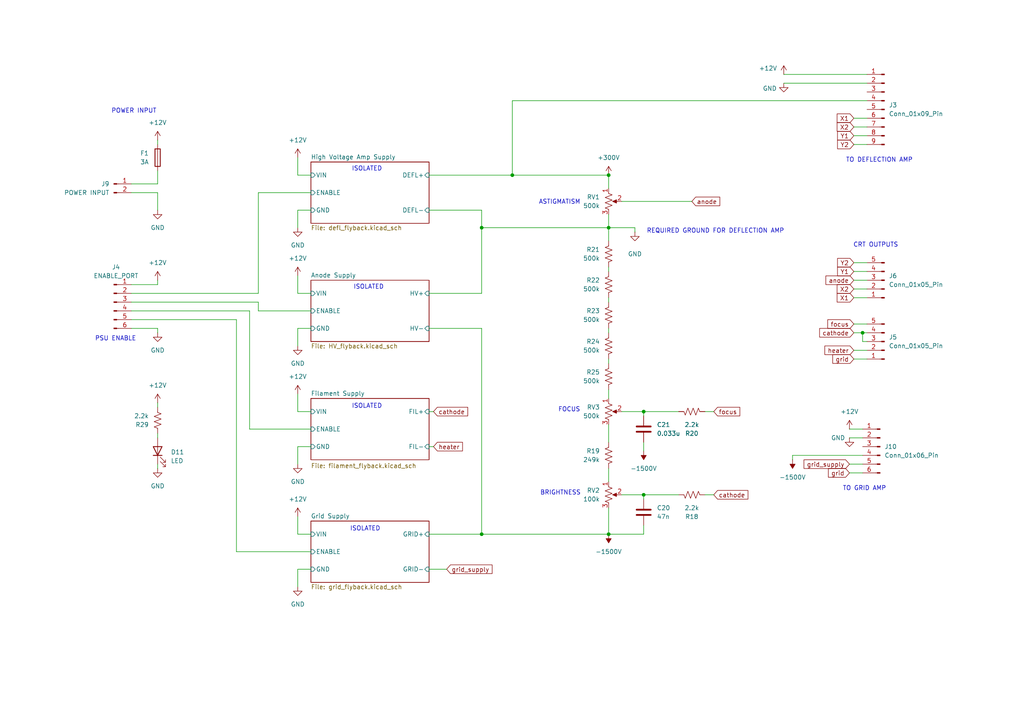
<source format=kicad_sch>
(kicad_sch
	(version 20250114)
	(generator "eeschema")
	(generator_version "9.0")
	(uuid "f164de92-3763-48c1-a051-d4eb8e2a7a76")
	(paper "A4")
	(lib_symbols
		(symbol "Connector:Conn_01x02_Pin"
			(pin_names
				(offset 1.016)
				(hide yes)
			)
			(exclude_from_sim no)
			(in_bom yes)
			(on_board yes)
			(property "Reference" "J"
				(at 0 2.54 0)
				(effects
					(font
						(size 1.27 1.27)
					)
				)
			)
			(property "Value" "Conn_01x02_Pin"
				(at 0 -5.08 0)
				(effects
					(font
						(size 1.27 1.27)
					)
				)
			)
			(property "Footprint" ""
				(at 0 0 0)
				(effects
					(font
						(size 1.27 1.27)
					)
					(hide yes)
				)
			)
			(property "Datasheet" "~"
				(at 0 0 0)
				(effects
					(font
						(size 1.27 1.27)
					)
					(hide yes)
				)
			)
			(property "Description" "Generic connector, single row, 01x02, script generated"
				(at 0 0 0)
				(effects
					(font
						(size 1.27 1.27)
					)
					(hide yes)
				)
			)
			(property "ki_locked" ""
				(at 0 0 0)
				(effects
					(font
						(size 1.27 1.27)
					)
				)
			)
			(property "ki_keywords" "connector"
				(at 0 0 0)
				(effects
					(font
						(size 1.27 1.27)
					)
					(hide yes)
				)
			)
			(property "ki_fp_filters" "Connector*:*_1x??_*"
				(at 0 0 0)
				(effects
					(font
						(size 1.27 1.27)
					)
					(hide yes)
				)
			)
			(symbol "Conn_01x02_Pin_1_1"
				(rectangle
					(start 0.8636 0.127)
					(end 0 -0.127)
					(stroke
						(width 0.1524)
						(type default)
					)
					(fill
						(type outline)
					)
				)
				(rectangle
					(start 0.8636 -2.413)
					(end 0 -2.667)
					(stroke
						(width 0.1524)
						(type default)
					)
					(fill
						(type outline)
					)
				)
				(polyline
					(pts
						(xy 1.27 0) (xy 0.8636 0)
					)
					(stroke
						(width 0.1524)
						(type default)
					)
					(fill
						(type none)
					)
				)
				(polyline
					(pts
						(xy 1.27 -2.54) (xy 0.8636 -2.54)
					)
					(stroke
						(width 0.1524)
						(type default)
					)
					(fill
						(type none)
					)
				)
				(pin passive line
					(at 5.08 0 180)
					(length 3.81)
					(name "Pin_1"
						(effects
							(font
								(size 1.27 1.27)
							)
						)
					)
					(number "1"
						(effects
							(font
								(size 1.27 1.27)
							)
						)
					)
				)
				(pin passive line
					(at 5.08 -2.54 180)
					(length 3.81)
					(name "Pin_2"
						(effects
							(font
								(size 1.27 1.27)
							)
						)
					)
					(number "2"
						(effects
							(font
								(size 1.27 1.27)
							)
						)
					)
				)
			)
			(embedded_fonts no)
		)
		(symbol "Connector:Conn_01x05_Pin"
			(pin_names
				(offset 1.016)
				(hide yes)
			)
			(exclude_from_sim no)
			(in_bom yes)
			(on_board yes)
			(property "Reference" "J"
				(at 0 7.62 0)
				(effects
					(font
						(size 1.27 1.27)
					)
				)
			)
			(property "Value" "Conn_01x05_Pin"
				(at 0 -7.62 0)
				(effects
					(font
						(size 1.27 1.27)
					)
				)
			)
			(property "Footprint" ""
				(at 0 0 0)
				(effects
					(font
						(size 1.27 1.27)
					)
					(hide yes)
				)
			)
			(property "Datasheet" "~"
				(at 0 0 0)
				(effects
					(font
						(size 1.27 1.27)
					)
					(hide yes)
				)
			)
			(property "Description" "Generic connector, single row, 01x05, script generated"
				(at 0 0 0)
				(effects
					(font
						(size 1.27 1.27)
					)
					(hide yes)
				)
			)
			(property "ki_locked" ""
				(at 0 0 0)
				(effects
					(font
						(size 1.27 1.27)
					)
				)
			)
			(property "ki_keywords" "connector"
				(at 0 0 0)
				(effects
					(font
						(size 1.27 1.27)
					)
					(hide yes)
				)
			)
			(property "ki_fp_filters" "Connector*:*_1x??_*"
				(at 0 0 0)
				(effects
					(font
						(size 1.27 1.27)
					)
					(hide yes)
				)
			)
			(symbol "Conn_01x05_Pin_1_1"
				(rectangle
					(start 0.8636 5.207)
					(end 0 4.953)
					(stroke
						(width 0.1524)
						(type default)
					)
					(fill
						(type outline)
					)
				)
				(rectangle
					(start 0.8636 2.667)
					(end 0 2.413)
					(stroke
						(width 0.1524)
						(type default)
					)
					(fill
						(type outline)
					)
				)
				(rectangle
					(start 0.8636 0.127)
					(end 0 -0.127)
					(stroke
						(width 0.1524)
						(type default)
					)
					(fill
						(type outline)
					)
				)
				(rectangle
					(start 0.8636 -2.413)
					(end 0 -2.667)
					(stroke
						(width 0.1524)
						(type default)
					)
					(fill
						(type outline)
					)
				)
				(rectangle
					(start 0.8636 -4.953)
					(end 0 -5.207)
					(stroke
						(width 0.1524)
						(type default)
					)
					(fill
						(type outline)
					)
				)
				(polyline
					(pts
						(xy 1.27 5.08) (xy 0.8636 5.08)
					)
					(stroke
						(width 0.1524)
						(type default)
					)
					(fill
						(type none)
					)
				)
				(polyline
					(pts
						(xy 1.27 2.54) (xy 0.8636 2.54)
					)
					(stroke
						(width 0.1524)
						(type default)
					)
					(fill
						(type none)
					)
				)
				(polyline
					(pts
						(xy 1.27 0) (xy 0.8636 0)
					)
					(stroke
						(width 0.1524)
						(type default)
					)
					(fill
						(type none)
					)
				)
				(polyline
					(pts
						(xy 1.27 -2.54) (xy 0.8636 -2.54)
					)
					(stroke
						(width 0.1524)
						(type default)
					)
					(fill
						(type none)
					)
				)
				(polyline
					(pts
						(xy 1.27 -5.08) (xy 0.8636 -5.08)
					)
					(stroke
						(width 0.1524)
						(type default)
					)
					(fill
						(type none)
					)
				)
				(pin passive line
					(at 5.08 5.08 180)
					(length 3.81)
					(name "Pin_1"
						(effects
							(font
								(size 1.27 1.27)
							)
						)
					)
					(number "1"
						(effects
							(font
								(size 1.27 1.27)
							)
						)
					)
				)
				(pin passive line
					(at 5.08 2.54 180)
					(length 3.81)
					(name "Pin_2"
						(effects
							(font
								(size 1.27 1.27)
							)
						)
					)
					(number "2"
						(effects
							(font
								(size 1.27 1.27)
							)
						)
					)
				)
				(pin passive line
					(at 5.08 0 180)
					(length 3.81)
					(name "Pin_3"
						(effects
							(font
								(size 1.27 1.27)
							)
						)
					)
					(number "3"
						(effects
							(font
								(size 1.27 1.27)
							)
						)
					)
				)
				(pin passive line
					(at 5.08 -2.54 180)
					(length 3.81)
					(name "Pin_4"
						(effects
							(font
								(size 1.27 1.27)
							)
						)
					)
					(number "4"
						(effects
							(font
								(size 1.27 1.27)
							)
						)
					)
				)
				(pin passive line
					(at 5.08 -5.08 180)
					(length 3.81)
					(name "Pin_5"
						(effects
							(font
								(size 1.27 1.27)
							)
						)
					)
					(number "5"
						(effects
							(font
								(size 1.27 1.27)
							)
						)
					)
				)
			)
			(embedded_fonts no)
		)
		(symbol "Connector:Conn_01x06_Pin"
			(pin_names
				(offset 1.016)
				(hide yes)
			)
			(exclude_from_sim no)
			(in_bom yes)
			(on_board yes)
			(property "Reference" "J"
				(at 0 7.62 0)
				(effects
					(font
						(size 1.27 1.27)
					)
				)
			)
			(property "Value" "Conn_01x06_Pin"
				(at 0 -10.16 0)
				(effects
					(font
						(size 1.27 1.27)
					)
				)
			)
			(property "Footprint" ""
				(at 0 0 0)
				(effects
					(font
						(size 1.27 1.27)
					)
					(hide yes)
				)
			)
			(property "Datasheet" "~"
				(at 0 0 0)
				(effects
					(font
						(size 1.27 1.27)
					)
					(hide yes)
				)
			)
			(property "Description" "Generic connector, single row, 01x06, script generated"
				(at 0 0 0)
				(effects
					(font
						(size 1.27 1.27)
					)
					(hide yes)
				)
			)
			(property "ki_locked" ""
				(at 0 0 0)
				(effects
					(font
						(size 1.27 1.27)
					)
				)
			)
			(property "ki_keywords" "connector"
				(at 0 0 0)
				(effects
					(font
						(size 1.27 1.27)
					)
					(hide yes)
				)
			)
			(property "ki_fp_filters" "Connector*:*_1x??_*"
				(at 0 0 0)
				(effects
					(font
						(size 1.27 1.27)
					)
					(hide yes)
				)
			)
			(symbol "Conn_01x06_Pin_1_1"
				(rectangle
					(start 0.8636 5.207)
					(end 0 4.953)
					(stroke
						(width 0.1524)
						(type default)
					)
					(fill
						(type outline)
					)
				)
				(rectangle
					(start 0.8636 2.667)
					(end 0 2.413)
					(stroke
						(width 0.1524)
						(type default)
					)
					(fill
						(type outline)
					)
				)
				(rectangle
					(start 0.8636 0.127)
					(end 0 -0.127)
					(stroke
						(width 0.1524)
						(type default)
					)
					(fill
						(type outline)
					)
				)
				(rectangle
					(start 0.8636 -2.413)
					(end 0 -2.667)
					(stroke
						(width 0.1524)
						(type default)
					)
					(fill
						(type outline)
					)
				)
				(rectangle
					(start 0.8636 -4.953)
					(end 0 -5.207)
					(stroke
						(width 0.1524)
						(type default)
					)
					(fill
						(type outline)
					)
				)
				(rectangle
					(start 0.8636 -7.493)
					(end 0 -7.747)
					(stroke
						(width 0.1524)
						(type default)
					)
					(fill
						(type outline)
					)
				)
				(polyline
					(pts
						(xy 1.27 5.08) (xy 0.8636 5.08)
					)
					(stroke
						(width 0.1524)
						(type default)
					)
					(fill
						(type none)
					)
				)
				(polyline
					(pts
						(xy 1.27 2.54) (xy 0.8636 2.54)
					)
					(stroke
						(width 0.1524)
						(type default)
					)
					(fill
						(type none)
					)
				)
				(polyline
					(pts
						(xy 1.27 0) (xy 0.8636 0)
					)
					(stroke
						(width 0.1524)
						(type default)
					)
					(fill
						(type none)
					)
				)
				(polyline
					(pts
						(xy 1.27 -2.54) (xy 0.8636 -2.54)
					)
					(stroke
						(width 0.1524)
						(type default)
					)
					(fill
						(type none)
					)
				)
				(polyline
					(pts
						(xy 1.27 -5.08) (xy 0.8636 -5.08)
					)
					(stroke
						(width 0.1524)
						(type default)
					)
					(fill
						(type none)
					)
				)
				(polyline
					(pts
						(xy 1.27 -7.62) (xy 0.8636 -7.62)
					)
					(stroke
						(width 0.1524)
						(type default)
					)
					(fill
						(type none)
					)
				)
				(pin passive line
					(at 5.08 5.08 180)
					(length 3.81)
					(name "Pin_1"
						(effects
							(font
								(size 1.27 1.27)
							)
						)
					)
					(number "1"
						(effects
							(font
								(size 1.27 1.27)
							)
						)
					)
				)
				(pin passive line
					(at 5.08 2.54 180)
					(length 3.81)
					(name "Pin_2"
						(effects
							(font
								(size 1.27 1.27)
							)
						)
					)
					(number "2"
						(effects
							(font
								(size 1.27 1.27)
							)
						)
					)
				)
				(pin passive line
					(at 5.08 0 180)
					(length 3.81)
					(name "Pin_3"
						(effects
							(font
								(size 1.27 1.27)
							)
						)
					)
					(number "3"
						(effects
							(font
								(size 1.27 1.27)
							)
						)
					)
				)
				(pin passive line
					(at 5.08 -2.54 180)
					(length 3.81)
					(name "Pin_4"
						(effects
							(font
								(size 1.27 1.27)
							)
						)
					)
					(number "4"
						(effects
							(font
								(size 1.27 1.27)
							)
						)
					)
				)
				(pin passive line
					(at 5.08 -5.08 180)
					(length 3.81)
					(name "Pin_5"
						(effects
							(font
								(size 1.27 1.27)
							)
						)
					)
					(number "5"
						(effects
							(font
								(size 1.27 1.27)
							)
						)
					)
				)
				(pin passive line
					(at 5.08 -7.62 180)
					(length 3.81)
					(name "Pin_6"
						(effects
							(font
								(size 1.27 1.27)
							)
						)
					)
					(number "6"
						(effects
							(font
								(size 1.27 1.27)
							)
						)
					)
				)
			)
			(embedded_fonts no)
		)
		(symbol "Connector:Conn_01x09_Pin"
			(pin_names
				(offset 1.016)
				(hide yes)
			)
			(exclude_from_sim no)
			(in_bom yes)
			(on_board yes)
			(property "Reference" "J"
				(at 0 12.7 0)
				(effects
					(font
						(size 1.27 1.27)
					)
				)
			)
			(property "Value" "Conn_01x09_Pin"
				(at 0 -12.7 0)
				(effects
					(font
						(size 1.27 1.27)
					)
				)
			)
			(property "Footprint" ""
				(at 0 0 0)
				(effects
					(font
						(size 1.27 1.27)
					)
					(hide yes)
				)
			)
			(property "Datasheet" "~"
				(at 0 0 0)
				(effects
					(font
						(size 1.27 1.27)
					)
					(hide yes)
				)
			)
			(property "Description" "Generic connector, single row, 01x09, script generated"
				(at 0 0 0)
				(effects
					(font
						(size 1.27 1.27)
					)
					(hide yes)
				)
			)
			(property "ki_locked" ""
				(at 0 0 0)
				(effects
					(font
						(size 1.27 1.27)
					)
				)
			)
			(property "ki_keywords" "connector"
				(at 0 0 0)
				(effects
					(font
						(size 1.27 1.27)
					)
					(hide yes)
				)
			)
			(property "ki_fp_filters" "Connector*:*_1x??_*"
				(at 0 0 0)
				(effects
					(font
						(size 1.27 1.27)
					)
					(hide yes)
				)
			)
			(symbol "Conn_01x09_Pin_1_1"
				(rectangle
					(start 0.8636 10.287)
					(end 0 10.033)
					(stroke
						(width 0.1524)
						(type default)
					)
					(fill
						(type outline)
					)
				)
				(rectangle
					(start 0.8636 7.747)
					(end 0 7.493)
					(stroke
						(width 0.1524)
						(type default)
					)
					(fill
						(type outline)
					)
				)
				(rectangle
					(start 0.8636 5.207)
					(end 0 4.953)
					(stroke
						(width 0.1524)
						(type default)
					)
					(fill
						(type outline)
					)
				)
				(rectangle
					(start 0.8636 2.667)
					(end 0 2.413)
					(stroke
						(width 0.1524)
						(type default)
					)
					(fill
						(type outline)
					)
				)
				(rectangle
					(start 0.8636 0.127)
					(end 0 -0.127)
					(stroke
						(width 0.1524)
						(type default)
					)
					(fill
						(type outline)
					)
				)
				(rectangle
					(start 0.8636 -2.413)
					(end 0 -2.667)
					(stroke
						(width 0.1524)
						(type default)
					)
					(fill
						(type outline)
					)
				)
				(rectangle
					(start 0.8636 -4.953)
					(end 0 -5.207)
					(stroke
						(width 0.1524)
						(type default)
					)
					(fill
						(type outline)
					)
				)
				(rectangle
					(start 0.8636 -7.493)
					(end 0 -7.747)
					(stroke
						(width 0.1524)
						(type default)
					)
					(fill
						(type outline)
					)
				)
				(rectangle
					(start 0.8636 -10.033)
					(end 0 -10.287)
					(stroke
						(width 0.1524)
						(type default)
					)
					(fill
						(type outline)
					)
				)
				(polyline
					(pts
						(xy 1.27 10.16) (xy 0.8636 10.16)
					)
					(stroke
						(width 0.1524)
						(type default)
					)
					(fill
						(type none)
					)
				)
				(polyline
					(pts
						(xy 1.27 7.62) (xy 0.8636 7.62)
					)
					(stroke
						(width 0.1524)
						(type default)
					)
					(fill
						(type none)
					)
				)
				(polyline
					(pts
						(xy 1.27 5.08) (xy 0.8636 5.08)
					)
					(stroke
						(width 0.1524)
						(type default)
					)
					(fill
						(type none)
					)
				)
				(polyline
					(pts
						(xy 1.27 2.54) (xy 0.8636 2.54)
					)
					(stroke
						(width 0.1524)
						(type default)
					)
					(fill
						(type none)
					)
				)
				(polyline
					(pts
						(xy 1.27 0) (xy 0.8636 0)
					)
					(stroke
						(width 0.1524)
						(type default)
					)
					(fill
						(type none)
					)
				)
				(polyline
					(pts
						(xy 1.27 -2.54) (xy 0.8636 -2.54)
					)
					(stroke
						(width 0.1524)
						(type default)
					)
					(fill
						(type none)
					)
				)
				(polyline
					(pts
						(xy 1.27 -5.08) (xy 0.8636 -5.08)
					)
					(stroke
						(width 0.1524)
						(type default)
					)
					(fill
						(type none)
					)
				)
				(polyline
					(pts
						(xy 1.27 -7.62) (xy 0.8636 -7.62)
					)
					(stroke
						(width 0.1524)
						(type default)
					)
					(fill
						(type none)
					)
				)
				(polyline
					(pts
						(xy 1.27 -10.16) (xy 0.8636 -10.16)
					)
					(stroke
						(width 0.1524)
						(type default)
					)
					(fill
						(type none)
					)
				)
				(pin passive line
					(at 5.08 10.16 180)
					(length 3.81)
					(name "Pin_1"
						(effects
							(font
								(size 1.27 1.27)
							)
						)
					)
					(number "1"
						(effects
							(font
								(size 1.27 1.27)
							)
						)
					)
				)
				(pin passive line
					(at 5.08 7.62 180)
					(length 3.81)
					(name "Pin_2"
						(effects
							(font
								(size 1.27 1.27)
							)
						)
					)
					(number "2"
						(effects
							(font
								(size 1.27 1.27)
							)
						)
					)
				)
				(pin passive line
					(at 5.08 5.08 180)
					(length 3.81)
					(name "Pin_3"
						(effects
							(font
								(size 1.27 1.27)
							)
						)
					)
					(number "3"
						(effects
							(font
								(size 1.27 1.27)
							)
						)
					)
				)
				(pin passive line
					(at 5.08 2.54 180)
					(length 3.81)
					(name "Pin_4"
						(effects
							(font
								(size 1.27 1.27)
							)
						)
					)
					(number "4"
						(effects
							(font
								(size 1.27 1.27)
							)
						)
					)
				)
				(pin passive line
					(at 5.08 0 180)
					(length 3.81)
					(name "Pin_5"
						(effects
							(font
								(size 1.27 1.27)
							)
						)
					)
					(number "5"
						(effects
							(font
								(size 1.27 1.27)
							)
						)
					)
				)
				(pin passive line
					(at 5.08 -2.54 180)
					(length 3.81)
					(name "Pin_6"
						(effects
							(font
								(size 1.27 1.27)
							)
						)
					)
					(number "6"
						(effects
							(font
								(size 1.27 1.27)
							)
						)
					)
				)
				(pin passive line
					(at 5.08 -5.08 180)
					(length 3.81)
					(name "Pin_7"
						(effects
							(font
								(size 1.27 1.27)
							)
						)
					)
					(number "7"
						(effects
							(font
								(size 1.27 1.27)
							)
						)
					)
				)
				(pin passive line
					(at 5.08 -7.62 180)
					(length 3.81)
					(name "Pin_8"
						(effects
							(font
								(size 1.27 1.27)
							)
						)
					)
					(number "8"
						(effects
							(font
								(size 1.27 1.27)
							)
						)
					)
				)
				(pin passive line
					(at 5.08 -10.16 180)
					(length 3.81)
					(name "Pin_9"
						(effects
							(font
								(size 1.27 1.27)
							)
						)
					)
					(number "9"
						(effects
							(font
								(size 1.27 1.27)
							)
						)
					)
				)
			)
			(embedded_fonts no)
		)
		(symbol "Device:C"
			(pin_numbers
				(hide yes)
			)
			(pin_names
				(offset 0.254)
			)
			(exclude_from_sim no)
			(in_bom yes)
			(on_board yes)
			(property "Reference" "C"
				(at 0.635 2.54 0)
				(effects
					(font
						(size 1.27 1.27)
					)
					(justify left)
				)
			)
			(property "Value" "C"
				(at 0.635 -2.54 0)
				(effects
					(font
						(size 1.27 1.27)
					)
					(justify left)
				)
			)
			(property "Footprint" ""
				(at 0.9652 -3.81 0)
				(effects
					(font
						(size 1.27 1.27)
					)
					(hide yes)
				)
			)
			(property "Datasheet" "~"
				(at 0 0 0)
				(effects
					(font
						(size 1.27 1.27)
					)
					(hide yes)
				)
			)
			(property "Description" "Unpolarized capacitor"
				(at 0 0 0)
				(effects
					(font
						(size 1.27 1.27)
					)
					(hide yes)
				)
			)
			(property "ki_keywords" "cap capacitor"
				(at 0 0 0)
				(effects
					(font
						(size 1.27 1.27)
					)
					(hide yes)
				)
			)
			(property "ki_fp_filters" "C_*"
				(at 0 0 0)
				(effects
					(font
						(size 1.27 1.27)
					)
					(hide yes)
				)
			)
			(symbol "C_0_1"
				(polyline
					(pts
						(xy -2.032 0.762) (xy 2.032 0.762)
					)
					(stroke
						(width 0.508)
						(type default)
					)
					(fill
						(type none)
					)
				)
				(polyline
					(pts
						(xy -2.032 -0.762) (xy 2.032 -0.762)
					)
					(stroke
						(width 0.508)
						(type default)
					)
					(fill
						(type none)
					)
				)
			)
			(symbol "C_1_1"
				(pin passive line
					(at 0 3.81 270)
					(length 2.794)
					(name "~"
						(effects
							(font
								(size 1.27 1.27)
							)
						)
					)
					(number "1"
						(effects
							(font
								(size 1.27 1.27)
							)
						)
					)
				)
				(pin passive line
					(at 0 -3.81 90)
					(length 2.794)
					(name "~"
						(effects
							(font
								(size 1.27 1.27)
							)
						)
					)
					(number "2"
						(effects
							(font
								(size 1.27 1.27)
							)
						)
					)
				)
			)
			(embedded_fonts no)
		)
		(symbol "Device:Fuse"
			(pin_numbers
				(hide yes)
			)
			(pin_names
				(offset 0)
			)
			(exclude_from_sim no)
			(in_bom yes)
			(on_board yes)
			(property "Reference" "F"
				(at 2.032 0 90)
				(effects
					(font
						(size 1.27 1.27)
					)
				)
			)
			(property "Value" "Fuse"
				(at -1.905 0 90)
				(effects
					(font
						(size 1.27 1.27)
					)
				)
			)
			(property "Footprint" ""
				(at -1.778 0 90)
				(effects
					(font
						(size 1.27 1.27)
					)
					(hide yes)
				)
			)
			(property "Datasheet" "~"
				(at 0 0 0)
				(effects
					(font
						(size 1.27 1.27)
					)
					(hide yes)
				)
			)
			(property "Description" "Fuse"
				(at 0 0 0)
				(effects
					(font
						(size 1.27 1.27)
					)
					(hide yes)
				)
			)
			(property "ki_keywords" "fuse"
				(at 0 0 0)
				(effects
					(font
						(size 1.27 1.27)
					)
					(hide yes)
				)
			)
			(property "ki_fp_filters" "*Fuse*"
				(at 0 0 0)
				(effects
					(font
						(size 1.27 1.27)
					)
					(hide yes)
				)
			)
			(symbol "Fuse_0_1"
				(rectangle
					(start -0.762 -2.54)
					(end 0.762 2.54)
					(stroke
						(width 0.254)
						(type default)
					)
					(fill
						(type none)
					)
				)
				(polyline
					(pts
						(xy 0 2.54) (xy 0 -2.54)
					)
					(stroke
						(width 0)
						(type default)
					)
					(fill
						(type none)
					)
				)
			)
			(symbol "Fuse_1_1"
				(pin passive line
					(at 0 3.81 270)
					(length 1.27)
					(name "~"
						(effects
							(font
								(size 1.27 1.27)
							)
						)
					)
					(number "1"
						(effects
							(font
								(size 1.27 1.27)
							)
						)
					)
				)
				(pin passive line
					(at 0 -3.81 90)
					(length 1.27)
					(name "~"
						(effects
							(font
								(size 1.27 1.27)
							)
						)
					)
					(number "2"
						(effects
							(font
								(size 1.27 1.27)
							)
						)
					)
				)
			)
			(embedded_fonts no)
		)
		(symbol "Device:LED"
			(pin_numbers
				(hide yes)
			)
			(pin_names
				(offset 1.016)
				(hide yes)
			)
			(exclude_from_sim no)
			(in_bom yes)
			(on_board yes)
			(property "Reference" "D"
				(at 0 2.54 0)
				(effects
					(font
						(size 1.27 1.27)
					)
				)
			)
			(property "Value" "LED"
				(at 0 -2.54 0)
				(effects
					(font
						(size 1.27 1.27)
					)
				)
			)
			(property "Footprint" ""
				(at 0 0 0)
				(effects
					(font
						(size 1.27 1.27)
					)
					(hide yes)
				)
			)
			(property "Datasheet" "~"
				(at 0 0 0)
				(effects
					(font
						(size 1.27 1.27)
					)
					(hide yes)
				)
			)
			(property "Description" "Light emitting diode"
				(at 0 0 0)
				(effects
					(font
						(size 1.27 1.27)
					)
					(hide yes)
				)
			)
			(property "Sim.Pins" "1=K 2=A"
				(at 0 0 0)
				(effects
					(font
						(size 1.27 1.27)
					)
					(hide yes)
				)
			)
			(property "ki_keywords" "LED diode"
				(at 0 0 0)
				(effects
					(font
						(size 1.27 1.27)
					)
					(hide yes)
				)
			)
			(property "ki_fp_filters" "LED* LED_SMD:* LED_THT:*"
				(at 0 0 0)
				(effects
					(font
						(size 1.27 1.27)
					)
					(hide yes)
				)
			)
			(symbol "LED_0_1"
				(polyline
					(pts
						(xy -3.048 -0.762) (xy -4.572 -2.286) (xy -3.81 -2.286) (xy -4.572 -2.286) (xy -4.572 -1.524)
					)
					(stroke
						(width 0)
						(type default)
					)
					(fill
						(type none)
					)
				)
				(polyline
					(pts
						(xy -1.778 -0.762) (xy -3.302 -2.286) (xy -2.54 -2.286) (xy -3.302 -2.286) (xy -3.302 -1.524)
					)
					(stroke
						(width 0)
						(type default)
					)
					(fill
						(type none)
					)
				)
				(polyline
					(pts
						(xy -1.27 0) (xy 1.27 0)
					)
					(stroke
						(width 0)
						(type default)
					)
					(fill
						(type none)
					)
				)
				(polyline
					(pts
						(xy -1.27 -1.27) (xy -1.27 1.27)
					)
					(stroke
						(width 0.254)
						(type default)
					)
					(fill
						(type none)
					)
				)
				(polyline
					(pts
						(xy 1.27 -1.27) (xy 1.27 1.27) (xy -1.27 0) (xy 1.27 -1.27)
					)
					(stroke
						(width 0.254)
						(type default)
					)
					(fill
						(type none)
					)
				)
			)
			(symbol "LED_1_1"
				(pin passive line
					(at -3.81 0 0)
					(length 2.54)
					(name "K"
						(effects
							(font
								(size 1.27 1.27)
							)
						)
					)
					(number "1"
						(effects
							(font
								(size 1.27 1.27)
							)
						)
					)
				)
				(pin passive line
					(at 3.81 0 180)
					(length 2.54)
					(name "A"
						(effects
							(font
								(size 1.27 1.27)
							)
						)
					)
					(number "2"
						(effects
							(font
								(size 1.27 1.27)
							)
						)
					)
				)
			)
			(embedded_fonts no)
		)
		(symbol "Device:R_Potentiometer_US"
			(pin_names
				(offset 1.016)
				(hide yes)
			)
			(exclude_from_sim no)
			(in_bom yes)
			(on_board yes)
			(property "Reference" "RV"
				(at -4.445 0 90)
				(effects
					(font
						(size 1.27 1.27)
					)
				)
			)
			(property "Value" "R_Potentiometer_US"
				(at -2.54 0 90)
				(effects
					(font
						(size 1.27 1.27)
					)
				)
			)
			(property "Footprint" ""
				(at 0 0 0)
				(effects
					(font
						(size 1.27 1.27)
					)
					(hide yes)
				)
			)
			(property "Datasheet" "~"
				(at 0 0 0)
				(effects
					(font
						(size 1.27 1.27)
					)
					(hide yes)
				)
			)
			(property "Description" "Potentiometer, US symbol"
				(at 0 0 0)
				(effects
					(font
						(size 1.27 1.27)
					)
					(hide yes)
				)
			)
			(property "ki_keywords" "resistor variable"
				(at 0 0 0)
				(effects
					(font
						(size 1.27 1.27)
					)
					(hide yes)
				)
			)
			(property "ki_fp_filters" "Potentiometer*"
				(at 0 0 0)
				(effects
					(font
						(size 1.27 1.27)
					)
					(hide yes)
				)
			)
			(symbol "R_Potentiometer_US_0_1"
				(polyline
					(pts
						(xy 0 2.54) (xy 0 2.286)
					)
					(stroke
						(width 0)
						(type default)
					)
					(fill
						(type none)
					)
				)
				(polyline
					(pts
						(xy 0 2.286) (xy 1.016 1.905) (xy 0 1.524) (xy -1.016 1.143) (xy 0 0.762)
					)
					(stroke
						(width 0)
						(type default)
					)
					(fill
						(type none)
					)
				)
				(polyline
					(pts
						(xy 0 0.762) (xy 1.016 0.381) (xy 0 0) (xy -1.016 -0.381) (xy 0 -0.762)
					)
					(stroke
						(width 0)
						(type default)
					)
					(fill
						(type none)
					)
				)
				(polyline
					(pts
						(xy 0 -0.762) (xy 1.016 -1.143) (xy 0 -1.524) (xy -1.016 -1.905) (xy 0 -2.286)
					)
					(stroke
						(width 0)
						(type default)
					)
					(fill
						(type none)
					)
				)
				(polyline
					(pts
						(xy 0 -2.286) (xy 0 -2.54)
					)
					(stroke
						(width 0)
						(type default)
					)
					(fill
						(type none)
					)
				)
				(polyline
					(pts
						(xy 1.143 0) (xy 2.286 0.508) (xy 2.286 -0.508) (xy 1.143 0)
					)
					(stroke
						(width 0)
						(type default)
					)
					(fill
						(type outline)
					)
				)
				(polyline
					(pts
						(xy 2.54 0) (xy 1.524 0)
					)
					(stroke
						(width 0)
						(type default)
					)
					(fill
						(type none)
					)
				)
			)
			(symbol "R_Potentiometer_US_1_1"
				(pin passive line
					(at 0 3.81 270)
					(length 1.27)
					(name "1"
						(effects
							(font
								(size 1.27 1.27)
							)
						)
					)
					(number "1"
						(effects
							(font
								(size 1.27 1.27)
							)
						)
					)
				)
				(pin passive line
					(at 0 -3.81 90)
					(length 1.27)
					(name "3"
						(effects
							(font
								(size 1.27 1.27)
							)
						)
					)
					(number "3"
						(effects
							(font
								(size 1.27 1.27)
							)
						)
					)
				)
				(pin passive line
					(at 3.81 0 180)
					(length 1.27)
					(name "2"
						(effects
							(font
								(size 1.27 1.27)
							)
						)
					)
					(number "2"
						(effects
							(font
								(size 1.27 1.27)
							)
						)
					)
				)
			)
			(embedded_fonts no)
		)
		(symbol "Device:R_US"
			(pin_numbers
				(hide yes)
			)
			(pin_names
				(offset 0)
			)
			(exclude_from_sim no)
			(in_bom yes)
			(on_board yes)
			(property "Reference" "R"
				(at 2.54 0 90)
				(effects
					(font
						(size 1.27 1.27)
					)
				)
			)
			(property "Value" "R_US"
				(at -2.54 0 90)
				(effects
					(font
						(size 1.27 1.27)
					)
				)
			)
			(property "Footprint" ""
				(at 1.016 -0.254 90)
				(effects
					(font
						(size 1.27 1.27)
					)
					(hide yes)
				)
			)
			(property "Datasheet" "~"
				(at 0 0 0)
				(effects
					(font
						(size 1.27 1.27)
					)
					(hide yes)
				)
			)
			(property "Description" "Resistor, US symbol"
				(at 0 0 0)
				(effects
					(font
						(size 1.27 1.27)
					)
					(hide yes)
				)
			)
			(property "ki_keywords" "R res resistor"
				(at 0 0 0)
				(effects
					(font
						(size 1.27 1.27)
					)
					(hide yes)
				)
			)
			(property "ki_fp_filters" "R_*"
				(at 0 0 0)
				(effects
					(font
						(size 1.27 1.27)
					)
					(hide yes)
				)
			)
			(symbol "R_US_0_1"
				(polyline
					(pts
						(xy 0 2.286) (xy 0 2.54)
					)
					(stroke
						(width 0)
						(type default)
					)
					(fill
						(type none)
					)
				)
				(polyline
					(pts
						(xy 0 2.286) (xy 1.016 1.905) (xy 0 1.524) (xy -1.016 1.143) (xy 0 0.762)
					)
					(stroke
						(width 0)
						(type default)
					)
					(fill
						(type none)
					)
				)
				(polyline
					(pts
						(xy 0 0.762) (xy 1.016 0.381) (xy 0 0) (xy -1.016 -0.381) (xy 0 -0.762)
					)
					(stroke
						(width 0)
						(type default)
					)
					(fill
						(type none)
					)
				)
				(polyline
					(pts
						(xy 0 -0.762) (xy 1.016 -1.143) (xy 0 -1.524) (xy -1.016 -1.905) (xy 0 -2.286)
					)
					(stroke
						(width 0)
						(type default)
					)
					(fill
						(type none)
					)
				)
				(polyline
					(pts
						(xy 0 -2.286) (xy 0 -2.54)
					)
					(stroke
						(width 0)
						(type default)
					)
					(fill
						(type none)
					)
				)
			)
			(symbol "R_US_1_1"
				(pin passive line
					(at 0 3.81 270)
					(length 1.27)
					(name "~"
						(effects
							(font
								(size 1.27 1.27)
							)
						)
					)
					(number "1"
						(effects
							(font
								(size 1.27 1.27)
							)
						)
					)
				)
				(pin passive line
					(at 0 -3.81 90)
					(length 1.27)
					(name "~"
						(effects
							(font
								(size 1.27 1.27)
							)
						)
					)
					(number "2"
						(effects
							(font
								(size 1.27 1.27)
							)
						)
					)
				)
			)
			(embedded_fonts no)
		)
		(symbol "power:+12V"
			(power)
			(pin_numbers
				(hide yes)
			)
			(pin_names
				(offset 0)
				(hide yes)
			)
			(exclude_from_sim no)
			(in_bom yes)
			(on_board yes)
			(property "Reference" "#PWR"
				(at 0 -3.81 0)
				(effects
					(font
						(size 1.27 1.27)
					)
					(hide yes)
				)
			)
			(property "Value" "+12V"
				(at 0 3.556 0)
				(effects
					(font
						(size 1.27 1.27)
					)
				)
			)
			(property "Footprint" ""
				(at 0 0 0)
				(effects
					(font
						(size 1.27 1.27)
					)
					(hide yes)
				)
			)
			(property "Datasheet" ""
				(at 0 0 0)
				(effects
					(font
						(size 1.27 1.27)
					)
					(hide yes)
				)
			)
			(property "Description" "Power symbol creates a global label with name \"+12V\""
				(at 0 0 0)
				(effects
					(font
						(size 1.27 1.27)
					)
					(hide yes)
				)
			)
			(property "ki_keywords" "global power"
				(at 0 0 0)
				(effects
					(font
						(size 1.27 1.27)
					)
					(hide yes)
				)
			)
			(symbol "+12V_0_1"
				(polyline
					(pts
						(xy -0.762 1.27) (xy 0 2.54)
					)
					(stroke
						(width 0)
						(type default)
					)
					(fill
						(type none)
					)
				)
				(polyline
					(pts
						(xy 0 2.54) (xy 0.762 1.27)
					)
					(stroke
						(width 0)
						(type default)
					)
					(fill
						(type none)
					)
				)
				(polyline
					(pts
						(xy 0 0) (xy 0 2.54)
					)
					(stroke
						(width 0)
						(type default)
					)
					(fill
						(type none)
					)
				)
			)
			(symbol "+12V_1_1"
				(pin power_in line
					(at 0 0 90)
					(length 0)
					(name "~"
						(effects
							(font
								(size 1.27 1.27)
							)
						)
					)
					(number "1"
						(effects
							(font
								(size 1.27 1.27)
							)
						)
					)
				)
			)
			(embedded_fonts no)
		)
		(symbol "power:+48V"
			(power)
			(pin_numbers
				(hide yes)
			)
			(pin_names
				(offset 0)
				(hide yes)
			)
			(exclude_from_sim no)
			(in_bom yes)
			(on_board yes)
			(property "Reference" "#PWR"
				(at 0 -3.81 0)
				(effects
					(font
						(size 1.27 1.27)
					)
					(hide yes)
				)
			)
			(property "Value" "+48V"
				(at 0 3.556 0)
				(effects
					(font
						(size 1.27 1.27)
					)
				)
			)
			(property "Footprint" ""
				(at 0 0 0)
				(effects
					(font
						(size 1.27 1.27)
					)
					(hide yes)
				)
			)
			(property "Datasheet" ""
				(at 0 0 0)
				(effects
					(font
						(size 1.27 1.27)
					)
					(hide yes)
				)
			)
			(property "Description" "Power symbol creates a global label with name \"+48V\""
				(at 0 0 0)
				(effects
					(font
						(size 1.27 1.27)
					)
					(hide yes)
				)
			)
			(property "ki_keywords" "global power"
				(at 0 0 0)
				(effects
					(font
						(size 1.27 1.27)
					)
					(hide yes)
				)
			)
			(symbol "+48V_0_1"
				(polyline
					(pts
						(xy -0.762 1.27) (xy 0 2.54)
					)
					(stroke
						(width 0)
						(type default)
					)
					(fill
						(type none)
					)
				)
				(polyline
					(pts
						(xy 0 2.54) (xy 0.762 1.27)
					)
					(stroke
						(width 0)
						(type default)
					)
					(fill
						(type none)
					)
				)
				(polyline
					(pts
						(xy 0 0) (xy 0 2.54)
					)
					(stroke
						(width 0)
						(type default)
					)
					(fill
						(type none)
					)
				)
			)
			(symbol "+48V_1_1"
				(pin power_in line
					(at 0 0 90)
					(length 0)
					(name "~"
						(effects
							(font
								(size 1.27 1.27)
							)
						)
					)
					(number "1"
						(effects
							(font
								(size 1.27 1.27)
							)
						)
					)
				)
			)
			(embedded_fonts no)
		)
		(symbol "power:-48V"
			(power)
			(pin_numbers
				(hide yes)
			)
			(pin_names
				(offset 0)
				(hide yes)
			)
			(exclude_from_sim no)
			(in_bom yes)
			(on_board yes)
			(property "Reference" "#PWR"
				(at 0 -3.81 0)
				(effects
					(font
						(size 1.27 1.27)
					)
					(hide yes)
				)
			)
			(property "Value" "-48V"
				(at 0 3.556 0)
				(effects
					(font
						(size 1.27 1.27)
					)
				)
			)
			(property "Footprint" ""
				(at 0 0 0)
				(effects
					(font
						(size 1.27 1.27)
					)
					(hide yes)
				)
			)
			(property "Datasheet" ""
				(at 0 0 0)
				(effects
					(font
						(size 1.27 1.27)
					)
					(hide yes)
				)
			)
			(property "Description" "Power symbol creates a global label with name \"-48V\""
				(at 0 0 0)
				(effects
					(font
						(size 1.27 1.27)
					)
					(hide yes)
				)
			)
			(property "ki_keywords" "global power"
				(at 0 0 0)
				(effects
					(font
						(size 1.27 1.27)
					)
					(hide yes)
				)
			)
			(symbol "-48V_0_0"
				(pin power_in line
					(at 0 0 90)
					(length 0)
					(name "~"
						(effects
							(font
								(size 1.27 1.27)
							)
						)
					)
					(number "1"
						(effects
							(font
								(size 1.27 1.27)
							)
						)
					)
				)
			)
			(symbol "-48V_0_1"
				(polyline
					(pts
						(xy 0 0) (xy 0 1.27) (xy 0.762 1.27) (xy 0 2.54) (xy -0.762 1.27) (xy 0 1.27)
					)
					(stroke
						(width 0)
						(type default)
					)
					(fill
						(type outline)
					)
				)
			)
			(embedded_fonts no)
		)
		(symbol "power:GND"
			(power)
			(pin_numbers
				(hide yes)
			)
			(pin_names
				(offset 0)
				(hide yes)
			)
			(exclude_from_sim no)
			(in_bom yes)
			(on_board yes)
			(property "Reference" "#PWR"
				(at 0 -6.35 0)
				(effects
					(font
						(size 1.27 1.27)
					)
					(hide yes)
				)
			)
			(property "Value" "GND"
				(at 0 -3.81 0)
				(effects
					(font
						(size 1.27 1.27)
					)
				)
			)
			(property "Footprint" ""
				(at 0 0 0)
				(effects
					(font
						(size 1.27 1.27)
					)
					(hide yes)
				)
			)
			(property "Datasheet" ""
				(at 0 0 0)
				(effects
					(font
						(size 1.27 1.27)
					)
					(hide yes)
				)
			)
			(property "Description" "Power symbol creates a global label with name \"GND\" , ground"
				(at 0 0 0)
				(effects
					(font
						(size 1.27 1.27)
					)
					(hide yes)
				)
			)
			(property "ki_keywords" "global power"
				(at 0 0 0)
				(effects
					(font
						(size 1.27 1.27)
					)
					(hide yes)
				)
			)
			(symbol "GND_0_1"
				(polyline
					(pts
						(xy 0 0) (xy 0 -1.27) (xy 1.27 -1.27) (xy 0 -2.54) (xy -1.27 -1.27) (xy 0 -1.27)
					)
					(stroke
						(width 0)
						(type default)
					)
					(fill
						(type none)
					)
				)
			)
			(symbol "GND_1_1"
				(pin power_in line
					(at 0 0 270)
					(length 0)
					(name "~"
						(effects
							(font
								(size 1.27 1.27)
							)
						)
					)
					(number "1"
						(effects
							(font
								(size 1.27 1.27)
							)
						)
					)
				)
			)
			(embedded_fonts no)
		)
	)
	(text "ISOLATED\n"
		(exclude_from_sim no)
		(at 105.918 153.416 0)
		(effects
			(font
				(size 1.27 1.27)
			)
		)
		(uuid "15d9f154-2717-444c-a36e-0ca749bc1ef8")
	)
	(text "ISOLATED\n"
		(exclude_from_sim no)
		(at 106.934 83.312 0)
		(effects
			(font
				(size 1.27 1.27)
			)
		)
		(uuid "20dc1961-e723-43b9-b145-a573cebe5cdd")
	)
	(text "TO GRID AMP "
		(exclude_from_sim no)
		(at 251.206 141.732 0)
		(effects
			(font
				(size 1.27 1.27)
			)
		)
		(uuid "3e9e9626-4d56-4326-a202-798648eb8185")
	)
	(text "PSU ENABLE\n\n"
		(exclude_from_sim no)
		(at 33.528 99.314 0)
		(effects
			(font
				(size 1.27 1.27)
			)
		)
		(uuid "7a528848-2bd6-44f8-9271-ed482d760ac3")
	)
	(text "POWER INPUT"
		(exclude_from_sim no)
		(at 38.862 32.258 0)
		(effects
			(font
				(size 1.27 1.27)
			)
		)
		(uuid "9889ef71-b6fb-458d-a915-b59b1925b860")
	)
	(text "REQUIRED GROUND FOR DEFLECTION AMP"
		(exclude_from_sim no)
		(at 207.518 67.056 0)
		(effects
			(font
				(size 1.27 1.27)
			)
		)
		(uuid "a66a05b5-810e-441b-9812-9b8f94e9302c")
	)
	(text "ISOLATED\n"
		(exclude_from_sim no)
		(at 106.426 117.856 0)
		(effects
			(font
				(size 1.27 1.27)
			)
		)
		(uuid "aba22673-dc1c-4695-92ea-fe8366e0d172")
	)
	(text "CRT OUTPUTS\n"
		(exclude_from_sim no)
		(at 254 71.12 0)
		(effects
			(font
				(size 1.27 1.27)
			)
		)
		(uuid "ace76310-9d62-488e-bcd4-71b4107fe3e0")
	)
	(text "ISOLATED\n"
		(exclude_from_sim no)
		(at 106.426 49.022 0)
		(effects
			(font
				(size 1.27 1.27)
			)
		)
		(uuid "b4a99009-98cd-4abb-952b-236bcdf7ef1b")
	)
	(text "FOCUS\n"
		(exclude_from_sim no)
		(at 165.1 118.872 0)
		(effects
			(font
				(size 1.27 1.27)
			)
		)
		(uuid "bb70ac0c-01a2-4535-8875-dffba2238101")
	)
	(text "TO DEFLECTION AMP \n"
		(exclude_from_sim no)
		(at 255.524 46.482 0)
		(effects
			(font
				(size 1.27 1.27)
			)
		)
		(uuid "c562bcd8-eedd-4906-9867-eb34fbfcc22e")
	)
	(text "BRIGHTNESS\n"
		(exclude_from_sim no)
		(at 162.56 143.002 0)
		(effects
			(font
				(size 1.27 1.27)
			)
		)
		(uuid "f2f48002-fa39-4115-906b-d346cee7548a")
	)
	(text "ASTIGMATISM\n"
		(exclude_from_sim no)
		(at 162.306 58.674 0)
		(effects
			(font
				(size 1.27 1.27)
			)
		)
		(uuid "ffa8dbe4-096e-4e71-a8c5-b626891ab94d")
	)
	(junction
		(at 176.53 154.94)
		(diameter 0)
		(color 0 0 0 0)
		(uuid "37f0ba5c-4a59-401a-8a48-0262217dee72")
	)
	(junction
		(at 148.59 50.8)
		(diameter 0)
		(color 0 0 0 0)
		(uuid "48713b04-f95d-4eda-ba96-cc38f12eb6cf")
	)
	(junction
		(at 186.69 119.38)
		(diameter 0)
		(color 0 0 0 0)
		(uuid "6a21d2b5-b41e-4352-a441-493d1a0539bf")
	)
	(junction
		(at 250.19 96.52)
		(diameter 0)
		(color 0 0 0 0)
		(uuid "8ed84df8-d679-4033-8b24-2e1597997737")
	)
	(junction
		(at 186.69 143.51)
		(diameter 0)
		(color 0 0 0 0)
		(uuid "a1e40049-e5e0-44a9-b0ec-f6044226bfeb")
	)
	(junction
		(at 139.7 66.04)
		(diameter 0)
		(color 0 0 0 0)
		(uuid "b3f7bdc5-3aaa-4256-a999-a50c6a951f91")
	)
	(junction
		(at 139.7 154.94)
		(diameter 0)
		(color 0 0 0 0)
		(uuid "ca5aca2a-3a80-4cba-9bff-bec51ce31304")
	)
	(junction
		(at 176.53 50.8)
		(diameter 0)
		(color 0 0 0 0)
		(uuid "cad49caf-340e-4a8a-8f53-e4f2e5fd8e18")
	)
	(junction
		(at 176.53 66.04)
		(diameter 0)
		(color 0 0 0 0)
		(uuid "d66c104a-9ff0-4dff-8aa0-618bd4181cc5")
	)
	(wire
		(pts
			(xy 38.1 85.09) (xy 74.93 85.09)
		)
		(stroke
			(width 0)
			(type default)
		)
		(uuid "000bd2e5-d398-4807-b206-00997d20af82")
	)
	(wire
		(pts
			(xy 72.39 124.46) (xy 90.17 124.46)
		)
		(stroke
			(width 0)
			(type default)
		)
		(uuid "02877657-b070-4bf9-9e93-9710c54eda4b")
	)
	(wire
		(pts
			(xy 124.46 60.96) (xy 139.7 60.96)
		)
		(stroke
			(width 0)
			(type default)
		)
		(uuid "04e47edd-9fff-42e9-b738-8acda5eebca6")
	)
	(wire
		(pts
			(xy 86.36 154.94) (xy 86.36 149.86)
		)
		(stroke
			(width 0)
			(type default)
		)
		(uuid "0552b7e3-61ee-4a9d-a55c-e800ddc2f57f")
	)
	(wire
		(pts
			(xy 45.72 82.55) (xy 45.72 81.28)
		)
		(stroke
			(width 0)
			(type default)
		)
		(uuid "059ece13-38ce-47e2-b276-67da7f079752")
	)
	(wire
		(pts
			(xy 86.36 165.1) (xy 90.17 165.1)
		)
		(stroke
			(width 0)
			(type default)
		)
		(uuid "0b07f36f-8a7e-4131-81ea-3dffb24d6be1")
	)
	(wire
		(pts
			(xy 86.36 170.18) (xy 86.36 165.1)
		)
		(stroke
			(width 0)
			(type default)
		)
		(uuid "0c10870b-636e-434b-b719-cc2298ec86dd")
	)
	(wire
		(pts
			(xy 247.65 76.2) (xy 251.46 76.2)
		)
		(stroke
			(width 0)
			(type default)
		)
		(uuid "108ebdb7-8dc5-44c5-8713-89e49eb00382")
	)
	(wire
		(pts
			(xy 186.69 119.38) (xy 196.85 119.38)
		)
		(stroke
			(width 0)
			(type default)
		)
		(uuid "17bcd331-ef4a-4543-96c7-f68cc21b6e04")
	)
	(wire
		(pts
			(xy 246.38 127) (xy 250.19 127)
		)
		(stroke
			(width 0)
			(type default)
		)
		(uuid "18070270-2e3b-4bea-b6d8-10a44d997f74")
	)
	(wire
		(pts
			(xy 72.39 90.17) (xy 72.39 124.46)
		)
		(stroke
			(width 0)
			(type default)
		)
		(uuid "194fe868-caa0-4adc-be27-0821d832bc3f")
	)
	(wire
		(pts
			(xy 247.65 101.6) (xy 251.46 101.6)
		)
		(stroke
			(width 0)
			(type default)
		)
		(uuid "1b83c775-2343-4b55-a882-272008cc8e63")
	)
	(wire
		(pts
			(xy 45.72 125.73) (xy 45.72 127)
		)
		(stroke
			(width 0)
			(type default)
		)
		(uuid "1da9b412-c03b-4a24-9d81-ec96bc80cd58")
	)
	(wire
		(pts
			(xy 246.38 124.46) (xy 250.19 124.46)
		)
		(stroke
			(width 0)
			(type default)
		)
		(uuid "21f525ee-a8ea-4736-8f08-5ba3f1f8f763")
	)
	(wire
		(pts
			(xy 139.7 95.25) (xy 124.46 95.25)
		)
		(stroke
			(width 0)
			(type default)
		)
		(uuid "2230215d-90a5-487e-a4ce-2bff268ba285")
	)
	(wire
		(pts
			(xy 139.7 154.94) (xy 176.53 154.94)
		)
		(stroke
			(width 0)
			(type default)
		)
		(uuid "24168c3d-4866-4872-9726-63a66896bbeb")
	)
	(wire
		(pts
			(xy 247.65 78.74) (xy 251.46 78.74)
		)
		(stroke
			(width 0)
			(type default)
		)
		(uuid "3e44637b-bf03-4439-b212-f23f8092ae54")
	)
	(wire
		(pts
			(xy 176.53 139.7) (xy 176.53 135.89)
		)
		(stroke
			(width 0)
			(type default)
		)
		(uuid "3e87d42c-6d63-4076-86de-b2071ebe2e71")
	)
	(wire
		(pts
			(xy 74.93 55.88) (xy 90.17 55.88)
		)
		(stroke
			(width 0)
			(type default)
		)
		(uuid "42d19d02-49b6-4960-98f3-347cb06f8be2")
	)
	(wire
		(pts
			(xy 124.46 154.94) (xy 139.7 154.94)
		)
		(stroke
			(width 0)
			(type default)
		)
		(uuid "4706389c-bbdf-4104-abb6-7ee334becb8b")
	)
	(wire
		(pts
			(xy 45.72 55.88) (xy 45.72 60.96)
		)
		(stroke
			(width 0)
			(type default)
		)
		(uuid "47d57e1c-8325-497c-a1ad-f510e4389a4a")
	)
	(wire
		(pts
			(xy 86.36 60.96) (xy 90.17 60.96)
		)
		(stroke
			(width 0)
			(type default)
		)
		(uuid "48f073cc-b388-43d9-b68e-f9fa58f13bb1")
	)
	(wire
		(pts
			(xy 247.65 83.82) (xy 251.46 83.82)
		)
		(stroke
			(width 0)
			(type default)
		)
		(uuid "4a5dea80-50e5-4ab2-897c-eee93731e5e4")
	)
	(wire
		(pts
			(xy 176.53 77.47) (xy 176.53 78.74)
		)
		(stroke
			(width 0)
			(type default)
		)
		(uuid "4c8327c4-4a82-4af3-9de0-7adb448b2c17")
	)
	(wire
		(pts
			(xy 247.65 34.29) (xy 251.46 34.29)
		)
		(stroke
			(width 0)
			(type default)
		)
		(uuid "4d2fa9e4-f4ff-47b9-8f08-24a9584ecdde")
	)
	(wire
		(pts
			(xy 74.93 90.17) (xy 90.17 90.17)
		)
		(stroke
			(width 0)
			(type default)
		)
		(uuid "4ed472ee-82eb-4ca8-a257-5a70ea58666f")
	)
	(wire
		(pts
			(xy 148.59 29.21) (xy 251.46 29.21)
		)
		(stroke
			(width 0)
			(type default)
		)
		(uuid "52c40e65-7aa6-441a-a481-373a2916b21f")
	)
	(wire
		(pts
			(xy 45.72 134.62) (xy 45.72 135.89)
		)
		(stroke
			(width 0)
			(type default)
		)
		(uuid "57545395-2d96-4ae3-aef2-f65dc98a3359")
	)
	(wire
		(pts
			(xy 38.1 90.17) (xy 72.39 90.17)
		)
		(stroke
			(width 0)
			(type default)
		)
		(uuid "57dae8df-01d9-451f-b9bf-a7718cce7d83")
	)
	(wire
		(pts
			(xy 38.1 95.25) (xy 45.72 95.25)
		)
		(stroke
			(width 0)
			(type default)
		)
		(uuid "59e962c0-49fd-4269-a878-9625b2c79812")
	)
	(wire
		(pts
			(xy 176.53 128.27) (xy 176.53 123.19)
		)
		(stroke
			(width 0)
			(type default)
		)
		(uuid "5b5e8b91-de7c-4783-a319-407e5365bb4d")
	)
	(wire
		(pts
			(xy 184.15 66.04) (xy 184.15 67.31)
		)
		(stroke
			(width 0)
			(type default)
		)
		(uuid "5b79fbca-93d2-405a-9014-45b405266aa3")
	)
	(wire
		(pts
			(xy 38.1 82.55) (xy 45.72 82.55)
		)
		(stroke
			(width 0)
			(type default)
		)
		(uuid "5c778c77-6ba6-483a-befc-b777d7f4f2d6")
	)
	(wire
		(pts
			(xy 186.69 143.51) (xy 186.69 144.78)
		)
		(stroke
			(width 0)
			(type default)
		)
		(uuid "5ec2256d-a979-4feb-9a60-5edff63f0681")
	)
	(wire
		(pts
			(xy 246.38 137.16) (xy 250.19 137.16)
		)
		(stroke
			(width 0)
			(type default)
		)
		(uuid "5f7bfa28-7f50-4333-93c9-4b94981db65b")
	)
	(wire
		(pts
			(xy 148.59 50.8) (xy 148.59 29.21)
		)
		(stroke
			(width 0)
			(type default)
		)
		(uuid "619bc349-ea5f-4f86-b7ba-cc32c6c7591b")
	)
	(wire
		(pts
			(xy 86.36 129.54) (xy 90.17 129.54)
		)
		(stroke
			(width 0)
			(type default)
		)
		(uuid "655b9a66-23d5-423f-b681-ea412302a7f1")
	)
	(wire
		(pts
			(xy 184.15 66.04) (xy 176.53 66.04)
		)
		(stroke
			(width 0)
			(type default)
		)
		(uuid "66b25953-af1a-418e-b223-1e84102f80b0")
	)
	(wire
		(pts
			(xy 176.53 66.04) (xy 176.53 69.85)
		)
		(stroke
			(width 0)
			(type default)
		)
		(uuid "67fac166-8388-4615-8c0f-707a08ce7260")
	)
	(wire
		(pts
			(xy 74.93 85.09) (xy 74.93 55.88)
		)
		(stroke
			(width 0)
			(type default)
		)
		(uuid "686ceeda-1e89-4460-8efb-64c5005d4251")
	)
	(wire
		(pts
			(xy 204.47 119.38) (xy 207.01 119.38)
		)
		(stroke
			(width 0)
			(type default)
		)
		(uuid "6e1e8f22-d9dc-4e21-9319-ec9c85a3d1ab")
	)
	(wire
		(pts
			(xy 38.1 55.88) (xy 45.72 55.88)
		)
		(stroke
			(width 0)
			(type default)
		)
		(uuid "710d8433-4097-4060-ad3c-09c58b2b2d2e")
	)
	(wire
		(pts
			(xy 74.93 87.63) (xy 74.93 90.17)
		)
		(stroke
			(width 0)
			(type default)
		)
		(uuid "7272cab3-102a-49f6-bf29-d62cdda5d649")
	)
	(wire
		(pts
			(xy 38.1 92.71) (xy 68.58 92.71)
		)
		(stroke
			(width 0)
			(type default)
		)
		(uuid "7272d2d1-3754-40ef-b2a7-c87ccf16f486")
	)
	(wire
		(pts
			(xy 247.65 86.36) (xy 251.46 86.36)
		)
		(stroke
			(width 0)
			(type default)
		)
		(uuid "750f5b15-3933-4e65-a721-d64765296ab6")
	)
	(wire
		(pts
			(xy 90.17 85.09) (xy 86.36 85.09)
		)
		(stroke
			(width 0)
			(type default)
		)
		(uuid "75aed40c-cada-44d9-90ee-c18939065d30")
	)
	(wire
		(pts
			(xy 180.34 119.38) (xy 186.69 119.38)
		)
		(stroke
			(width 0)
			(type default)
		)
		(uuid "76e043d3-46c9-4c75-8331-583a5f364155")
	)
	(wire
		(pts
			(xy 250.19 132.08) (xy 229.87 132.08)
		)
		(stroke
			(width 0)
			(type default)
		)
		(uuid "786c30c2-97ea-4f9e-a075-4ab4ac4da3ee")
	)
	(wire
		(pts
			(xy 124.46 50.8) (xy 148.59 50.8)
		)
		(stroke
			(width 0)
			(type default)
		)
		(uuid "79256903-2d7f-4adb-a068-cdb421ac0ec2")
	)
	(wire
		(pts
			(xy 176.53 95.25) (xy 176.53 96.52)
		)
		(stroke
			(width 0)
			(type default)
		)
		(uuid "7a95ba1f-d9eb-43e0-9a9f-9f30450d353f")
	)
	(wire
		(pts
			(xy 251.46 21.59) (xy 227.33 21.59)
		)
		(stroke
			(width 0)
			(type default)
		)
		(uuid "7b27260c-bd6b-419c-88d6-d08dd3b54751")
	)
	(wire
		(pts
			(xy 229.87 132.08) (xy 229.87 133.35)
		)
		(stroke
			(width 0)
			(type default)
		)
		(uuid "7ce192d9-0ce3-45a2-95bd-31a97df05d04")
	)
	(wire
		(pts
			(xy 227.33 24.13) (xy 251.46 24.13)
		)
		(stroke
			(width 0)
			(type default)
		)
		(uuid "80b96b75-583a-4c06-9b78-0019f697741f")
	)
	(wire
		(pts
			(xy 176.53 115.57) (xy 176.53 113.03)
		)
		(stroke
			(width 0)
			(type default)
		)
		(uuid "8355f29d-27a2-4eb4-8343-df0871b65a9e")
	)
	(wire
		(pts
			(xy 86.36 100.33) (xy 86.36 95.25)
		)
		(stroke
			(width 0)
			(type default)
		)
		(uuid "847cd44e-f573-465c-8615-5351e0652108")
	)
	(wire
		(pts
			(xy 186.69 143.51) (xy 196.85 143.51)
		)
		(stroke
			(width 0)
			(type default)
		)
		(uuid "849a1cb4-f404-4dd9-a6d9-a99f68aae75f")
	)
	(wire
		(pts
			(xy 68.58 92.71) (xy 68.58 160.02)
		)
		(stroke
			(width 0)
			(type default)
		)
		(uuid "85070127-9955-484c-8b37-81464b261caa")
	)
	(wire
		(pts
			(xy 204.47 143.51) (xy 207.01 143.51)
		)
		(stroke
			(width 0)
			(type default)
		)
		(uuid "86350bf6-9d84-4f16-be67-04e765a1a921")
	)
	(wire
		(pts
			(xy 176.53 154.94) (xy 186.69 154.94)
		)
		(stroke
			(width 0)
			(type default)
		)
		(uuid "8b1b0a23-c1ae-40ad-ba59-3cfb95b30770")
	)
	(wire
		(pts
			(xy 250.19 96.52) (xy 250.19 99.06)
		)
		(stroke
			(width 0)
			(type default)
		)
		(uuid "8d8f744c-7159-473f-b166-180051c3cb9e")
	)
	(wire
		(pts
			(xy 124.46 165.1) (xy 129.54 165.1)
		)
		(stroke
			(width 0)
			(type default)
		)
		(uuid "8ec2661a-d7bb-4de9-b960-e0315f46904a")
	)
	(wire
		(pts
			(xy 186.69 152.4) (xy 186.69 154.94)
		)
		(stroke
			(width 0)
			(type default)
		)
		(uuid "91613104-45f2-48b7-a8ba-9eebc06b5b16")
	)
	(wire
		(pts
			(xy 186.69 119.38) (xy 186.69 120.65)
		)
		(stroke
			(width 0)
			(type default)
		)
		(uuid "92c34e0a-03a6-4668-878e-02d21b8b8b4b")
	)
	(wire
		(pts
			(xy 148.59 50.8) (xy 176.53 50.8)
		)
		(stroke
			(width 0)
			(type default)
		)
		(uuid "93189dbf-b3f8-42da-a519-6a6c203d1a18")
	)
	(wire
		(pts
			(xy 38.1 87.63) (xy 74.93 87.63)
		)
		(stroke
			(width 0)
			(type default)
		)
		(uuid "9ae63acc-3703-45d1-a26b-fd27324bb620")
	)
	(wire
		(pts
			(xy 86.36 119.38) (xy 86.36 114.3)
		)
		(stroke
			(width 0)
			(type default)
		)
		(uuid "9be631d6-7dc8-4210-88ba-3cc67318ac8a")
	)
	(wire
		(pts
			(xy 139.7 95.25) (xy 139.7 154.94)
		)
		(stroke
			(width 0)
			(type default)
		)
		(uuid "9e3edef9-8826-4de9-95a5-ece5e398657e")
	)
	(wire
		(pts
			(xy 45.72 40.64) (xy 45.72 41.91)
		)
		(stroke
			(width 0)
			(type default)
		)
		(uuid "a10de1cb-a738-4ce7-8999-57be6487152a")
	)
	(wire
		(pts
			(xy 38.1 53.34) (xy 45.72 53.34)
		)
		(stroke
			(width 0)
			(type default)
		)
		(uuid "a5a380f0-a9b5-43a3-b8e5-71c80e5575db")
	)
	(wire
		(pts
			(xy 176.53 147.32) (xy 176.53 154.94)
		)
		(stroke
			(width 0)
			(type default)
		)
		(uuid "a86018fe-794f-45f7-a6cc-c5db74cedb4c")
	)
	(wire
		(pts
			(xy 247.65 41.91) (xy 251.46 41.91)
		)
		(stroke
			(width 0)
			(type default)
		)
		(uuid "a9c756b3-c46f-4e96-b382-12b7ebca0983")
	)
	(wire
		(pts
			(xy 139.7 66.04) (xy 139.7 85.09)
		)
		(stroke
			(width 0)
			(type default)
		)
		(uuid "adecd6dd-62b0-4262-b44e-569a6eaa5292")
	)
	(wire
		(pts
			(xy 45.72 53.34) (xy 45.72 49.53)
		)
		(stroke
			(width 0)
			(type default)
		)
		(uuid "b142fd61-8bea-4829-9570-875f890ee8b7")
	)
	(wire
		(pts
			(xy 45.72 96.52) (xy 45.72 95.25)
		)
		(stroke
			(width 0)
			(type default)
		)
		(uuid "b2607a4f-5785-452e-8a49-6c7ba2287229")
	)
	(wire
		(pts
			(xy 180.34 58.42) (xy 200.66 58.42)
		)
		(stroke
			(width 0)
			(type default)
		)
		(uuid "b3d025f5-48ee-49b2-acd4-b6b39df23dd2")
	)
	(wire
		(pts
			(xy 86.36 66.04) (xy 86.36 60.96)
		)
		(stroke
			(width 0)
			(type default)
		)
		(uuid "b6381092-8451-4805-9648-24cdb6d87bd5")
	)
	(wire
		(pts
			(xy 176.53 104.14) (xy 176.53 105.41)
		)
		(stroke
			(width 0)
			(type default)
		)
		(uuid "b68b8599-c6ff-43b8-badd-d73378de2efe")
	)
	(wire
		(pts
			(xy 90.17 154.94) (xy 86.36 154.94)
		)
		(stroke
			(width 0)
			(type default)
		)
		(uuid "b90603bf-f59e-4950-8976-77478e02d24a")
	)
	(wire
		(pts
			(xy 86.36 85.09) (xy 86.36 80.01)
		)
		(stroke
			(width 0)
			(type default)
		)
		(uuid "bce0b214-3d76-4d13-a978-27d898883cc4")
	)
	(wire
		(pts
			(xy 139.7 66.04) (xy 176.53 66.04)
		)
		(stroke
			(width 0)
			(type default)
		)
		(uuid "bd86e266-9ce0-40b2-92a4-65cae888ffb6")
	)
	(wire
		(pts
			(xy 186.69 128.27) (xy 186.69 130.81)
		)
		(stroke
			(width 0)
			(type default)
		)
		(uuid "bdc9e315-84f4-496f-8c40-33735951220e")
	)
	(wire
		(pts
			(xy 250.19 96.52) (xy 251.46 96.52)
		)
		(stroke
			(width 0)
			(type default)
		)
		(uuid "c0a3ff51-007a-4d73-81ba-8013414bd0ca")
	)
	(wire
		(pts
			(xy 176.53 62.23) (xy 176.53 66.04)
		)
		(stroke
			(width 0)
			(type default)
		)
		(uuid "c592a29b-88d5-4efe-a126-580200390648")
	)
	(wire
		(pts
			(xy 124.46 129.54) (xy 125.73 129.54)
		)
		(stroke
			(width 0)
			(type default)
		)
		(uuid "ca22ef40-7d20-40c0-b9b9-b01e202804cd")
	)
	(wire
		(pts
			(xy 247.65 93.98) (xy 251.46 93.98)
		)
		(stroke
			(width 0)
			(type default)
		)
		(uuid "cd55fde1-0e92-4494-86f4-0321496dc117")
	)
	(wire
		(pts
			(xy 90.17 50.8) (xy 86.36 50.8)
		)
		(stroke
			(width 0)
			(type default)
		)
		(uuid "d24d0dac-b84f-4a5d-90eb-0e398468c5cb")
	)
	(wire
		(pts
			(xy 247.65 39.37) (xy 251.46 39.37)
		)
		(stroke
			(width 0)
			(type default)
		)
		(uuid "d2f8c2af-ce50-4a7d-af37-0493a50f9ff2")
	)
	(wire
		(pts
			(xy 250.19 99.06) (xy 251.46 99.06)
		)
		(stroke
			(width 0)
			(type default)
		)
		(uuid "d46728a9-ac64-45ce-8a0b-a6e2be4334f5")
	)
	(wire
		(pts
			(xy 139.7 85.09) (xy 124.46 85.09)
		)
		(stroke
			(width 0)
			(type default)
		)
		(uuid "d76cd251-2af9-40c4-95f0-fbc340c0edcb")
	)
	(wire
		(pts
			(xy 247.65 104.14) (xy 251.46 104.14)
		)
		(stroke
			(width 0)
			(type default)
		)
		(uuid "d87ebcbe-b065-4599-bb8a-ee7f4af333e5")
	)
	(wire
		(pts
			(xy 86.36 95.25) (xy 90.17 95.25)
		)
		(stroke
			(width 0)
			(type default)
		)
		(uuid "dad9f091-f037-4685-a77d-c7fd05584876")
	)
	(wire
		(pts
			(xy 247.65 96.52) (xy 250.19 96.52)
		)
		(stroke
			(width 0)
			(type default)
		)
		(uuid "df6b97a4-5a28-4352-abfa-c1c21ce4c332")
	)
	(wire
		(pts
			(xy 247.65 81.28) (xy 251.46 81.28)
		)
		(stroke
			(width 0)
			(type default)
		)
		(uuid "e068ec80-ebc8-4ad8-8fa2-1e85c15bdf59")
	)
	(wire
		(pts
			(xy 246.38 134.62) (xy 250.19 134.62)
		)
		(stroke
			(width 0)
			(type default)
		)
		(uuid "e1369b9f-da70-4e09-9dfb-b82d1fcd13eb")
	)
	(wire
		(pts
			(xy 90.17 119.38) (xy 86.36 119.38)
		)
		(stroke
			(width 0)
			(type default)
		)
		(uuid "e14bb451-3e56-479f-b1dc-b43eddfeec9f")
	)
	(wire
		(pts
			(xy 180.34 143.51) (xy 186.69 143.51)
		)
		(stroke
			(width 0)
			(type default)
		)
		(uuid "e1cf943e-5857-4362-b84e-1d8c076a8a2b")
	)
	(wire
		(pts
			(xy 68.58 160.02) (xy 90.17 160.02)
		)
		(stroke
			(width 0)
			(type default)
		)
		(uuid "e26b907d-e03a-4558-9859-5e75ab8825b3")
	)
	(wire
		(pts
			(xy 176.53 50.8) (xy 176.53 54.61)
		)
		(stroke
			(width 0)
			(type default)
		)
		(uuid "e36a4505-4465-43b8-a052-21ad2f651a51")
	)
	(wire
		(pts
			(xy 86.36 134.62) (xy 86.36 129.54)
		)
		(stroke
			(width 0)
			(type default)
		)
		(uuid "e517e845-398b-45c4-9bc9-d756fff217c8")
	)
	(wire
		(pts
			(xy 45.72 116.84) (xy 45.72 118.11)
		)
		(stroke
			(width 0)
			(type default)
		)
		(uuid "e6a7797e-a7e4-499f-b363-388d9b4ad256")
	)
	(wire
		(pts
			(xy 247.65 36.83) (xy 251.46 36.83)
		)
		(stroke
			(width 0)
			(type default)
		)
		(uuid "eba7d884-698f-45a7-bb7e-d8064121b478")
	)
	(wire
		(pts
			(xy 86.36 50.8) (xy 86.36 45.72)
		)
		(stroke
			(width 0)
			(type default)
		)
		(uuid "f1a6aa9d-dd87-4076-a37e-d837ea385733")
	)
	(wire
		(pts
			(xy 176.53 86.36) (xy 176.53 87.63)
		)
		(stroke
			(width 0)
			(type default)
		)
		(uuid "fd9c650a-19c0-4507-9d1d-2bcd42c5de61")
	)
	(wire
		(pts
			(xy 124.46 119.38) (xy 125.73 119.38)
		)
		(stroke
			(width 0)
			(type default)
		)
		(uuid "ff36ecff-9a7d-4dc3-9814-5302ccb345ac")
	)
	(wire
		(pts
			(xy 139.7 60.96) (xy 139.7 66.04)
		)
		(stroke
			(width 0)
			(type default)
		)
		(uuid "ff5e72d7-1b9f-4d96-ac43-875af55a595d")
	)
	(global_label "cathode"
		(shape input)
		(at 125.73 119.38 0)
		(fields_autoplaced yes)
		(effects
			(font
				(size 1.27 1.27)
			)
			(justify left)
		)
		(uuid "05a9710c-a7db-4ceb-8197-9bf306fa23fa")
		(property "Intersheetrefs" "${INTERSHEET_REFS}"
			(at 136.2141 119.38 0)
			(effects
				(font
					(size 1.27 1.27)
				)
				(justify left)
				(hide yes)
			)
		)
	)
	(global_label "heater"
		(shape input)
		(at 125.73 129.54 0)
		(fields_autoplaced yes)
		(effects
			(font
				(size 1.27 1.27)
			)
			(justify left)
		)
		(uuid "0ac1e167-8f31-4285-81b6-7392dca8fa9d")
		(property "Intersheetrefs" "${INTERSHEET_REFS}"
			(at 134.7023 129.54 0)
			(effects
				(font
					(size 1.27 1.27)
				)
				(justify left)
				(hide yes)
			)
		)
	)
	(global_label "focus"
		(shape input)
		(at 207.01 119.38 0)
		(fields_autoplaced yes)
		(effects
			(font
				(size 1.27 1.27)
			)
			(justify left)
		)
		(uuid "186c795d-7ed7-4fd1-a2de-b996e9911a2d")
		(property "Intersheetrefs" "${INTERSHEET_REFS}"
			(at 215.1356 119.38 0)
			(effects
				(font
					(size 1.27 1.27)
				)
				(justify left)
				(hide yes)
			)
		)
	)
	(global_label "cathode"
		(shape input)
		(at 247.65 96.52 180)
		(fields_autoplaced yes)
		(effects
			(font
				(size 1.27 1.27)
			)
			(justify right)
		)
		(uuid "29069b99-63ba-41e4-9287-03590772c846")
		(property "Intersheetrefs" "${INTERSHEET_REFS}"
			(at 237.1659 96.52 0)
			(effects
				(font
					(size 1.27 1.27)
				)
				(justify right)
				(hide yes)
			)
		)
	)
	(global_label "X1"
		(shape input)
		(at 247.65 86.36 180)
		(fields_autoplaced yes)
		(effects
			(font
				(size 1.27 1.27)
			)
			(justify right)
		)
		(uuid "4d1dc3a8-5a8d-482f-adce-1a87ca340cad")
		(property "Intersheetrefs" "${INTERSHEET_REFS}"
			(at 242.2458 86.36 0)
			(effects
				(font
					(size 1.27 1.27)
				)
				(justify right)
				(hide yes)
			)
		)
	)
	(global_label "X2"
		(shape input)
		(at 247.65 83.82 180)
		(fields_autoplaced yes)
		(effects
			(font
				(size 1.27 1.27)
			)
			(justify right)
		)
		(uuid "4d3f958c-352d-4f0b-951b-e48f68c82a2c")
		(property "Intersheetrefs" "${INTERSHEET_REFS}"
			(at 242.2458 83.82 0)
			(effects
				(font
					(size 1.27 1.27)
				)
				(justify right)
				(hide yes)
			)
		)
	)
	(global_label "grid"
		(shape input)
		(at 246.38 137.16 180)
		(fields_autoplaced yes)
		(effects
			(font
				(size 1.27 1.27)
			)
			(justify right)
		)
		(uuid "545cb6dd-8920-4308-96ae-01b2c6cfce66")
		(property "Intersheetrefs" "${INTERSHEET_REFS}"
			(at 239.7058 137.16 0)
			(effects
				(font
					(size 1.27 1.27)
				)
				(justify right)
				(hide yes)
			)
		)
	)
	(global_label "focus"
		(shape input)
		(at 247.65 93.98 180)
		(fields_autoplaced yes)
		(effects
			(font
				(size 1.27 1.27)
			)
			(justify right)
		)
		(uuid "590e085b-e199-432c-817f-4095ff90ad83")
		(property "Intersheetrefs" "${INTERSHEET_REFS}"
			(at 239.5244 93.98 0)
			(effects
				(font
					(size 1.27 1.27)
				)
				(justify right)
				(hide yes)
			)
		)
	)
	(global_label "X1"
		(shape input)
		(at 247.65 34.29 180)
		(fields_autoplaced yes)
		(effects
			(font
				(size 1.27 1.27)
			)
			(justify right)
		)
		(uuid "6198bea3-e6bb-4f15-9e7a-62b785554070")
		(property "Intersheetrefs" "${INTERSHEET_REFS}"
			(at 242.2458 34.29 0)
			(effects
				(font
					(size 1.27 1.27)
				)
				(justify right)
				(hide yes)
			)
		)
	)
	(global_label "anode"
		(shape input)
		(at 200.66 58.42 0)
		(fields_autoplaced yes)
		(effects
			(font
				(size 1.27 1.27)
			)
			(justify left)
		)
		(uuid "65b53132-a036-49e4-b8fd-32a2bf5580cd")
		(property "Intersheetrefs" "${INTERSHEET_REFS}"
			(at 209.3298 58.42 0)
			(effects
				(font
					(size 1.27 1.27)
				)
				(justify left)
				(hide yes)
			)
		)
	)
	(global_label "anode"
		(shape input)
		(at 247.65 81.28 180)
		(fields_autoplaced yes)
		(effects
			(font
				(size 1.27 1.27)
			)
			(justify right)
		)
		(uuid "6da64687-92d7-4f36-9cef-0ed7a9aad180")
		(property "Intersheetrefs" "${INTERSHEET_REFS}"
			(at 238.9802 81.28 0)
			(effects
				(font
					(size 1.27 1.27)
				)
				(justify right)
				(hide yes)
			)
		)
	)
	(global_label "Y1"
		(shape input)
		(at 247.65 39.37 180)
		(fields_autoplaced yes)
		(effects
			(font
				(size 1.27 1.27)
			)
			(justify right)
		)
		(uuid "72aa0209-9c3e-4e90-9c20-f77f55beb038")
		(property "Intersheetrefs" "${INTERSHEET_REFS}"
			(at 242.3667 39.37 0)
			(effects
				(font
					(size 1.27 1.27)
				)
				(justify right)
				(hide yes)
			)
		)
	)
	(global_label "Y1"
		(shape input)
		(at 247.65 78.74 180)
		(fields_autoplaced yes)
		(effects
			(font
				(size 1.27 1.27)
			)
			(justify right)
		)
		(uuid "731040d8-8361-4e38-a9f9-75a61bc9cbfa")
		(property "Intersheetrefs" "${INTERSHEET_REFS}"
			(at 242.3667 78.74 0)
			(effects
				(font
					(size 1.27 1.27)
				)
				(justify right)
				(hide yes)
			)
		)
	)
	(global_label "X2"
		(shape input)
		(at 247.65 36.83 180)
		(fields_autoplaced yes)
		(effects
			(font
				(size 1.27 1.27)
			)
			(justify right)
		)
		(uuid "8715256a-bd42-4b53-9c3a-c54fdf6ef9e9")
		(property "Intersheetrefs" "${INTERSHEET_REFS}"
			(at 242.2458 36.83 0)
			(effects
				(font
					(size 1.27 1.27)
				)
				(justify right)
				(hide yes)
			)
		)
	)
	(global_label "heater"
		(shape input)
		(at 247.65 101.6 180)
		(fields_autoplaced yes)
		(effects
			(font
				(size 1.27 1.27)
			)
			(justify right)
		)
		(uuid "93cb670b-65ca-488b-8c27-8d82fbdbff38")
		(property "Intersheetrefs" "${INTERSHEET_REFS}"
			(at 238.6777 101.6 0)
			(effects
				(font
					(size 1.27 1.27)
				)
				(justify right)
				(hide yes)
			)
		)
	)
	(global_label "Y2"
		(shape input)
		(at 247.65 41.91 180)
		(fields_autoplaced yes)
		(effects
			(font
				(size 1.27 1.27)
			)
			(justify right)
		)
		(uuid "9a53a26c-7b5c-4fd5-b803-a7749e659b09")
		(property "Intersheetrefs" "${INTERSHEET_REFS}"
			(at 242.3667 41.91 0)
			(effects
				(font
					(size 1.27 1.27)
				)
				(justify right)
				(hide yes)
			)
		)
	)
	(global_label "grid_supply"
		(shape input)
		(at 129.54 165.1 0)
		(fields_autoplaced yes)
		(effects
			(font
				(size 1.27 1.27)
			)
			(justify left)
		)
		(uuid "9a77ad5f-b74f-4c35-9c66-ba492d7b6a09")
		(property "Intersheetrefs" "${INTERSHEET_REFS}"
			(at 143.2897 165.1 0)
			(effects
				(font
					(size 1.27 1.27)
				)
				(justify left)
				(hide yes)
			)
		)
	)
	(global_label "Y2"
		(shape input)
		(at 247.65 76.2 180)
		(fields_autoplaced yes)
		(effects
			(font
				(size 1.27 1.27)
			)
			(justify right)
		)
		(uuid "a155d54b-0913-4d7a-9866-9336aa56f1fb")
		(property "Intersheetrefs" "${INTERSHEET_REFS}"
			(at 242.3667 76.2 0)
			(effects
				(font
					(size 1.27 1.27)
				)
				(justify right)
				(hide yes)
			)
		)
	)
	(global_label "cathode"
		(shape input)
		(at 207.01 143.51 0)
		(fields_autoplaced yes)
		(effects
			(font
				(size 1.27 1.27)
			)
			(justify left)
		)
		(uuid "b838838e-1b9d-41d1-92de-2ce846104d69")
		(property "Intersheetrefs" "${INTERSHEET_REFS}"
			(at 217.4941 143.51 0)
			(effects
				(font
					(size 1.27 1.27)
				)
				(justify left)
				(hide yes)
			)
		)
	)
	(global_label "grid_supply"
		(shape input)
		(at 246.38 134.62 180)
		(fields_autoplaced yes)
		(effects
			(font
				(size 1.27 1.27)
			)
			(justify right)
		)
		(uuid "b9955d11-7b71-477b-8cf7-a46c23a338cd")
		(property "Intersheetrefs" "${INTERSHEET_REFS}"
			(at 232.6303 134.62 0)
			(effects
				(font
					(size 1.27 1.27)
				)
				(justify right)
				(hide yes)
			)
		)
	)
	(global_label "grid"
		(shape input)
		(at 247.65 104.14 180)
		(fields_autoplaced yes)
		(effects
			(font
				(size 1.27 1.27)
			)
			(justify right)
		)
		(uuid "ef217e82-7449-4845-a979-abfa1c2b45c1")
		(property "Intersheetrefs" "${INTERSHEET_REFS}"
			(at 240.9758 104.14 0)
			(effects
				(font
					(size 1.27 1.27)
				)
				(justify right)
				(hide yes)
			)
		)
	)
	(symbol
		(lib_id "Device:R_US")
		(at 200.66 119.38 90)
		(mirror x)
		(unit 1)
		(exclude_from_sim no)
		(in_bom yes)
		(on_board yes)
		(dnp no)
		(fields_autoplaced yes)
		(uuid "007307f5-f67d-4b10-bf56-b12d9eb5fce9")
		(property "Reference" "R20"
			(at 200.66 125.73 90)
			(effects
				(font
					(size 1.27 1.27)
				)
			)
		)
		(property "Value" "2.2k"
			(at 200.66 123.19 90)
			(effects
				(font
					(size 1.27 1.27)
				)
			)
		)
		(property "Footprint" "Resistor_SMD:R_0805_2012Metric"
			(at 200.914 120.396 90)
			(effects
				(font
					(size 1.27 1.27)
				)
				(hide yes)
			)
		)
		(property "Datasheet" "CRG0805F2K2"
			(at 200.66 119.38 0)
			(effects
				(font
					(size 1.27 1.27)
				)
				(hide yes)
			)
		)
		(property "Description" "Resistor, US symbol"
			(at 200.66 119.38 0)
			(effects
				(font
					(size 1.27 1.27)
				)
				(hide yes)
			)
		)
		(pin "2"
			(uuid "5416804b-2e2c-40b0-8336-ddacb7edc8f6")
		)
		(pin "1"
			(uuid "690e0b88-6385-4c20-b2c4-f93dad0e8cd0")
		)
		(instances
			(project "CRT_main_supply_2"
				(path "/f164de92-3763-48c1-a051-d4eb8e2a7a76"
					(reference "R20")
					(unit 1)
				)
			)
		)
	)
	(symbol
		(lib_id "power:+12V")
		(at 246.38 124.46 0)
		(unit 1)
		(exclude_from_sim no)
		(in_bom yes)
		(on_board yes)
		(dnp no)
		(fields_autoplaced yes)
		(uuid "03f50d0a-a1a4-447b-9ff2-b01777fa19f8")
		(property "Reference" "#PWR022"
			(at 246.38 128.27 0)
			(effects
				(font
					(size 1.27 1.27)
				)
				(hide yes)
			)
		)
		(property "Value" "+12V"
			(at 246.38 119.38 0)
			(effects
				(font
					(size 1.27 1.27)
				)
			)
		)
		(property "Footprint" ""
			(at 246.38 124.46 0)
			(effects
				(font
					(size 1.27 1.27)
				)
				(hide yes)
			)
		)
		(property "Datasheet" ""
			(at 246.38 124.46 0)
			(effects
				(font
					(size 1.27 1.27)
				)
				(hide yes)
			)
		)
		(property "Description" "Power symbol creates a global label with name \"+12V\""
			(at 246.38 124.46 0)
			(effects
				(font
					(size 1.27 1.27)
				)
				(hide yes)
			)
		)
		(pin "1"
			(uuid "ebd61cfc-47f4-4b33-bdfa-e91ec6a04c03")
		)
		(instances
			(project "CRT_main_supply_2"
				(path "/f164de92-3763-48c1-a051-d4eb8e2a7a76"
					(reference "#PWR022")
					(unit 1)
				)
			)
		)
	)
	(symbol
		(lib_id "power:GND")
		(at 45.72 60.96 0)
		(mirror y)
		(unit 1)
		(exclude_from_sim no)
		(in_bom yes)
		(on_board yes)
		(dnp no)
		(uuid "19e0e443-8653-424b-9659-ed8f853c2b40")
		(property "Reference" "#PWR017"
			(at 45.72 67.31 0)
			(effects
				(font
					(size 1.27 1.27)
				)
				(hide yes)
			)
		)
		(property "Value" "GND"
			(at 45.72 66.04 0)
			(effects
				(font
					(size 1.27 1.27)
				)
			)
		)
		(property "Footprint" ""
			(at 45.72 60.96 0)
			(effects
				(font
					(size 1.27 1.27)
				)
				(hide yes)
			)
		)
		(property "Datasheet" ""
			(at 45.72 60.96 0)
			(effects
				(font
					(size 1.27 1.27)
				)
				(hide yes)
			)
		)
		(property "Description" "Power symbol creates a global label with name \"GND\" , ground"
			(at 45.72 60.96 0)
			(effects
				(font
					(size 1.27 1.27)
				)
				(hide yes)
			)
		)
		(pin "1"
			(uuid "d04d3e33-1237-4454-814a-fc495e4d2220")
		)
		(instances
			(project "CRT_main_supply_2"
				(path "/f164de92-3763-48c1-a051-d4eb8e2a7a76"
					(reference "#PWR017")
					(unit 1)
				)
			)
		)
	)
	(symbol
		(lib_id "Device:R_US")
		(at 45.72 121.92 180)
		(unit 1)
		(exclude_from_sim no)
		(in_bom yes)
		(on_board yes)
		(dnp no)
		(uuid "20baeb65-0dbf-43c3-b1c2-4c7e0439bb61")
		(property "Reference" "R29"
			(at 43.18 123.1901 0)
			(effects
				(font
					(size 1.27 1.27)
				)
				(justify left)
			)
		)
		(property "Value" "2.2k"
			(at 43.18 120.6501 0)
			(effects
				(font
					(size 1.27 1.27)
				)
				(justify left)
			)
		)
		(property "Footprint" "Resistor_SMD:R_0805_2012Metric"
			(at 44.704 121.666 90)
			(effects
				(font
					(size 1.27 1.27)
				)
				(hide yes)
			)
		)
		(property "Datasheet" "CRG0805F2K2"
			(at 45.72 121.92 0)
			(effects
				(font
					(size 1.27 1.27)
				)
				(hide yes)
			)
		)
		(property "Description" "Resistor, US symbol"
			(at 45.72 121.92 0)
			(effects
				(font
					(size 1.27 1.27)
				)
				(hide yes)
			)
		)
		(pin "2"
			(uuid "58781db7-906e-4fd2-94f1-65b16ff131ea")
		)
		(pin "1"
			(uuid "ba94cbe1-5adb-4f95-8cc5-51434ef425fa")
		)
		(instances
			(project "CRT_main_supply_2"
				(path "/f164de92-3763-48c1-a051-d4eb8e2a7a76"
					(reference "R29")
					(unit 1)
				)
			)
		)
	)
	(symbol
		(lib_id "Device:R_US")
		(at 176.53 82.55 0)
		(mirror y)
		(unit 1)
		(exclude_from_sim no)
		(in_bom yes)
		(on_board yes)
		(dnp no)
		(uuid "219baf43-c887-42f3-ad07-c1eb9e3aadeb")
		(property "Reference" "R22"
			(at 173.99 81.2799 0)
			(effects
				(font
					(size 1.27 1.27)
				)
				(justify left)
			)
		)
		(property "Value" "500k"
			(at 173.99 83.8199 0)
			(effects
				(font
					(size 1.27 1.27)
				)
				(justify left)
			)
		)
		(property "Footprint" "Resistor_SMD:R_1206_3216Metric"
			(at 175.514 82.804 90)
			(effects
				(font
					(size 1.27 1.27)
				)
				(hide yes)
			)
		)
		(property "Datasheet" "CRMA1206AF500KFKEF"
			(at 176.53 82.55 0)
			(effects
				(font
					(size 1.27 1.27)
				)
				(hide yes)
			)
		)
		(property "Description" "Resistor, US symbol"
			(at 176.53 82.55 0)
			(effects
				(font
					(size 1.27 1.27)
				)
				(hide yes)
			)
		)
		(pin "2"
			(uuid "61652dc7-2619-423f-88d6-f905da7f357b")
		)
		(pin "1"
			(uuid "a3e29445-f7da-4d96-8db0-2284e4e00914")
		)
		(instances
			(project "CRT_main_supply_2"
				(path "/f164de92-3763-48c1-a051-d4eb8e2a7a76"
					(reference "R22")
					(unit 1)
				)
			)
		)
	)
	(symbol
		(lib_id "power:GND")
		(at 86.36 100.33 0)
		(unit 1)
		(exclude_from_sim no)
		(in_bom yes)
		(on_board yes)
		(dnp no)
		(uuid "24e567cb-85aa-4d80-9cbb-86b29f318c37")
		(property "Reference" "#PWR09"
			(at 86.36 106.68 0)
			(effects
				(font
					(size 1.27 1.27)
				)
				(hide yes)
			)
		)
		(property "Value" "GND"
			(at 86.36 105.41 0)
			(effects
				(font
					(size 1.27 1.27)
				)
			)
		)
		(property "Footprint" ""
			(at 86.36 100.33 0)
			(effects
				(font
					(size 1.27 1.27)
				)
				(hide yes)
			)
		)
		(property "Datasheet" ""
			(at 86.36 100.33 0)
			(effects
				(font
					(size 1.27 1.27)
				)
				(hide yes)
			)
		)
		(property "Description" "Power symbol creates a global label with name \"GND\" , ground"
			(at 86.36 100.33 0)
			(effects
				(font
					(size 1.27 1.27)
				)
				(hide yes)
			)
		)
		(pin "1"
			(uuid "3dd582a5-cf4a-4a69-bcf7-e41a23f7f0ab")
		)
		(instances
			(project "CRT_main_supply_2"
				(path "/f164de92-3763-48c1-a051-d4eb8e2a7a76"
					(reference "#PWR09")
					(unit 1)
				)
			)
		)
	)
	(symbol
		(lib_id "Connector:Conn_01x09_Pin")
		(at 256.54 31.75 0)
		(mirror y)
		(unit 1)
		(exclude_from_sim no)
		(in_bom yes)
		(on_board yes)
		(dnp no)
		(fields_autoplaced yes)
		(uuid "2694dfb2-cdf4-4748-a4f5-f5557048b992")
		(property "Reference" "J3"
			(at 257.81 30.4799 0)
			(effects
				(font
					(size 1.27 1.27)
				)
				(justify right)
			)
		)
		(property "Value" "Conn_01x09_Pin"
			(at 257.81 33.0199 0)
			(effects
				(font
					(size 1.27 1.27)
				)
				(justify right)
			)
		)
		(property "Footprint" "Connector_Molex:Molex_KK-396_5273-09A_1x09_P3.96mm_Vertical"
			(at 256.54 31.75 0)
			(effects
				(font
					(size 1.27 1.27)
				)
				(hide yes)
			)
		)
		(property "Datasheet" "0009652098"
			(at 256.54 31.75 0)
			(effects
				(font
					(size 1.27 1.27)
				)
				(hide yes)
			)
		)
		(property "Description" "Generic connector, single row, 01x09, script generated"
			(at 256.54 31.75 0)
			(effects
				(font
					(size 1.27 1.27)
				)
				(hide yes)
			)
		)
		(pin "6"
			(uuid "dd8c2c60-796f-4b9b-9c09-23a17ff6f8c4")
		)
		(pin "1"
			(uuid "1b7fbb3f-e8ea-4f94-a305-a8077cd7e439")
		)
		(pin "2"
			(uuid "b6c5362a-368a-4b34-9495-902812e40db1")
		)
		(pin "4"
			(uuid "93a55313-dd8c-457a-ac5e-542fa5923bea")
		)
		(pin "5"
			(uuid "84b743b5-7154-499f-b02f-6ac5d19e37b9")
		)
		(pin "7"
			(uuid "fcb8559a-89d3-4fe4-ad64-62fbc011983f")
		)
		(pin "8"
			(uuid "ccfdcf7c-7776-4085-85c0-53bf663e0352")
		)
		(pin "3"
			(uuid "da18cc42-3c6e-4d3a-82d5-57a25c50d972")
		)
		(pin "9"
			(uuid "faf5eb4d-2419-4d0b-8616-2b3807be0343")
		)
		(instances
			(project ""
				(path "/f164de92-3763-48c1-a051-d4eb8e2a7a76"
					(reference "J3")
					(unit 1)
				)
			)
		)
	)
	(symbol
		(lib_id "Device:R_US")
		(at 176.53 109.22 0)
		(mirror y)
		(unit 1)
		(exclude_from_sim no)
		(in_bom yes)
		(on_board yes)
		(dnp no)
		(uuid "2a1cd351-efd0-4ad9-b6e1-2a2c65c367f6")
		(property "Reference" "R25"
			(at 173.99 107.9499 0)
			(effects
				(font
					(size 1.27 1.27)
				)
				(justify left)
			)
		)
		(property "Value" "500k"
			(at 173.99 110.4899 0)
			(effects
				(font
					(size 1.27 1.27)
				)
				(justify left)
			)
		)
		(property "Footprint" "Resistor_SMD:R_1206_3216Metric"
			(at 175.514 109.474 90)
			(effects
				(font
					(size 1.27 1.27)
				)
				(hide yes)
			)
		)
		(property "Datasheet" "CRMA1206AF500KFKEF"
			(at 176.53 109.22 0)
			(effects
				(font
					(size 1.27 1.27)
				)
				(hide yes)
			)
		)
		(property "Description" "Resistor, US symbol"
			(at 176.53 109.22 0)
			(effects
				(font
					(size 1.27 1.27)
				)
				(hide yes)
			)
		)
		(pin "2"
			(uuid "73a95855-1867-41f0-833d-f9463e7f8ad5")
		)
		(pin "1"
			(uuid "995d89df-4e94-4545-9a47-9e2760539242")
		)
		(instances
			(project "CRT_main_supply_2"
				(path "/f164de92-3763-48c1-a051-d4eb8e2a7a76"
					(reference "R25")
					(unit 1)
				)
			)
		)
	)
	(symbol
		(lib_id "power:+48V")
		(at 176.53 50.8 0)
		(unit 1)
		(exclude_from_sim no)
		(in_bom yes)
		(on_board yes)
		(dnp no)
		(fields_autoplaced yes)
		(uuid "2a64c9c0-dfbc-4f01-9717-32b51f0e2d35")
		(property "Reference" "#PWR013"
			(at 176.53 54.61 0)
			(effects
				(font
					(size 1.27 1.27)
				)
				(hide yes)
			)
		)
		(property "Value" "+300V"
			(at 176.53 45.72 0)
			(effects
				(font
					(size 1.27 1.27)
				)
			)
		)
		(property "Footprint" ""
			(at 176.53 50.8 0)
			(effects
				(font
					(size 1.27 1.27)
				)
				(hide yes)
			)
		)
		(property "Datasheet" ""
			(at 176.53 50.8 0)
			(effects
				(font
					(size 1.27 1.27)
				)
				(hide yes)
			)
		)
		(property "Description" "Power symbol creates a global label with name \"+48V\""
			(at 176.53 50.8 0)
			(effects
				(font
					(size 1.27 1.27)
				)
				(hide yes)
			)
		)
		(pin "1"
			(uuid "cb717e59-635f-4084-8031-313f7132f529")
		)
		(instances
			(project ""
				(path "/f164de92-3763-48c1-a051-d4eb8e2a7a76"
					(reference "#PWR013")
					(unit 1)
				)
			)
		)
	)
	(symbol
		(lib_id "Device:R_US")
		(at 176.53 132.08 0)
		(mirror y)
		(unit 1)
		(exclude_from_sim no)
		(in_bom yes)
		(on_board yes)
		(dnp no)
		(uuid "2d5ecd71-a506-43f7-a438-bce515aa4c9a")
		(property "Reference" "R19"
			(at 173.99 130.8099 0)
			(effects
				(font
					(size 1.27 1.27)
				)
				(justify left)
			)
		)
		(property "Value" "249k"
			(at 173.99 133.3499 0)
			(effects
				(font
					(size 1.27 1.27)
				)
				(justify left)
			)
		)
		(property "Footprint" "Resistor_SMD:R_1206_3216Metric"
			(at 175.514 132.334 90)
			(effects
				(font
					(size 1.27 1.27)
				)
				(hide yes)
			)
		)
		(property "Datasheet" "RC1206FR-07249KL"
			(at 176.53 132.08 0)
			(effects
				(font
					(size 1.27 1.27)
				)
				(hide yes)
			)
		)
		(property "Description" "Resistor, US symbol"
			(at 176.53 132.08 0)
			(effects
				(font
					(size 1.27 1.27)
				)
				(hide yes)
			)
		)
		(pin "2"
			(uuid "46367546-4d40-4b59-96aa-e1897e0985d0")
		)
		(pin "1"
			(uuid "d5b898d0-4770-4db1-8c9c-2751f7b3e6ba")
		)
		(instances
			(project ""
				(path "/f164de92-3763-48c1-a051-d4eb8e2a7a76"
					(reference "R19")
					(unit 1)
				)
			)
		)
	)
	(symbol
		(lib_id "power:+12V")
		(at 227.33 21.59 0)
		(unit 1)
		(exclude_from_sim no)
		(in_bom yes)
		(on_board yes)
		(dnp no)
		(uuid "314eb2a9-ae40-451c-983e-753de9a175e9")
		(property "Reference" "#PWR06"
			(at 227.33 25.4 0)
			(effects
				(font
					(size 1.27 1.27)
				)
				(hide yes)
			)
		)
		(property "Value" "+12V"
			(at 222.758 19.812 0)
			(effects
				(font
					(size 1.27 1.27)
				)
			)
		)
		(property "Footprint" ""
			(at 227.33 21.59 0)
			(effects
				(font
					(size 1.27 1.27)
				)
				(hide yes)
			)
		)
		(property "Datasheet" ""
			(at 227.33 21.59 0)
			(effects
				(font
					(size 1.27 1.27)
				)
				(hide yes)
			)
		)
		(property "Description" "Power symbol creates a global label with name \"+12V\""
			(at 227.33 21.59 0)
			(effects
				(font
					(size 1.27 1.27)
				)
				(hide yes)
			)
		)
		(pin "1"
			(uuid "aa686938-3274-421a-9ed8-4dbfd2bce5ed")
		)
		(instances
			(project ""
				(path "/f164de92-3763-48c1-a051-d4eb8e2a7a76"
					(reference "#PWR06")
					(unit 1)
				)
			)
		)
	)
	(symbol
		(lib_id "Connector:Conn_01x06_Pin")
		(at 33.02 87.63 0)
		(unit 1)
		(exclude_from_sim no)
		(in_bom yes)
		(on_board yes)
		(dnp no)
		(fields_autoplaced yes)
		(uuid "32fcbf9d-2581-45b7-8ff0-e49a8bf57f2f")
		(property "Reference" "J4"
			(at 33.655 77.47 0)
			(effects
				(font
					(size 1.27 1.27)
				)
			)
		)
		(property "Value" "ENABLE_PORT"
			(at 33.655 80.01 0)
			(effects
				(font
					(size 1.27 1.27)
				)
			)
		)
		(property "Footprint" "Connector_Molex:Molex_KK-396_5273-06A_1x06_P3.96mm_Vertical"
			(at 33.02 87.63 0)
			(effects
				(font
					(size 1.27 1.27)
				)
				(hide yes)
			)
		)
		(property "Datasheet" "0009652068"
			(at 33.02 87.63 0)
			(effects
				(font
					(size 1.27 1.27)
				)
				(hide yes)
			)
		)
		(property "Description" "Generic connector, single row, 01x06, script generated"
			(at 33.02 87.63 0)
			(effects
				(font
					(size 1.27 1.27)
				)
				(hide yes)
			)
		)
		(pin "3"
			(uuid "f15883e8-c615-4498-8eba-146afe1cf5db")
		)
		(pin "1"
			(uuid "6bbd5daf-375e-4dea-b070-f4e4b5e810c0")
		)
		(pin "6"
			(uuid "adfbd816-62a8-4967-a464-0909ed73e7f5")
		)
		(pin "2"
			(uuid "7b8bdd99-ea46-4340-b0cf-33fd39900c38")
		)
		(pin "4"
			(uuid "ee0c50a2-c9b6-4e9f-9dde-38fc33877210")
		)
		(pin "5"
			(uuid "03e0424b-0818-4906-990e-8757600d08d7")
		)
		(instances
			(project ""
				(path "/f164de92-3763-48c1-a051-d4eb8e2a7a76"
					(reference "J4")
					(unit 1)
				)
			)
		)
	)
	(symbol
		(lib_id "power:+12V")
		(at 86.36 45.72 0)
		(unit 1)
		(exclude_from_sim no)
		(in_bom yes)
		(on_board yes)
		(dnp no)
		(fields_autoplaced yes)
		(uuid "350a09de-5396-4904-9458-796dbb8e4998")
		(property "Reference" "#PWR010"
			(at 86.36 49.53 0)
			(effects
				(font
					(size 1.27 1.27)
				)
				(hide yes)
			)
		)
		(property "Value" "+12V"
			(at 86.36 40.64 0)
			(effects
				(font
					(size 1.27 1.27)
				)
			)
		)
		(property "Footprint" ""
			(at 86.36 45.72 0)
			(effects
				(font
					(size 1.27 1.27)
				)
				(hide yes)
			)
		)
		(property "Datasheet" ""
			(at 86.36 45.72 0)
			(effects
				(font
					(size 1.27 1.27)
				)
				(hide yes)
			)
		)
		(property "Description" "Power symbol creates a global label with name \"+12V\""
			(at 86.36 45.72 0)
			(effects
				(font
					(size 1.27 1.27)
				)
				(hide yes)
			)
		)
		(pin "1"
			(uuid "b31f788e-5ea3-45da-b81a-2c1d58fccfbc")
		)
		(instances
			(project "CRT_main_supply_2"
				(path "/f164de92-3763-48c1-a051-d4eb8e2a7a76"
					(reference "#PWR010")
					(unit 1)
				)
			)
		)
	)
	(symbol
		(lib_id "Device:R_Potentiometer_US")
		(at 176.53 143.51 0)
		(unit 1)
		(exclude_from_sim no)
		(in_bom yes)
		(on_board yes)
		(dnp no)
		(uuid "3c377fa5-24a2-4251-875e-fc47531dbd83")
		(property "Reference" "RV2"
			(at 173.99 142.2399 0)
			(effects
				(font
					(size 1.27 1.27)
				)
				(justify right)
			)
		)
		(property "Value" "100k"
			(at 173.99 144.7799 0)
			(effects
				(font
					(size 1.27 1.27)
				)
				(justify right)
			)
		)
		(property "Footprint" "Potentiometer_THT:Potentiometer_Bourns_3296W_Vertical"
			(at 176.53 143.51 0)
			(effects
				(font
					(size 1.27 1.27)
				)
				(hide yes)
			)
		)
		(property "Datasheet" "3296W-1-104LF"
			(at 176.53 143.51 0)
			(effects
				(font
					(size 1.27 1.27)
				)
				(hide yes)
			)
		)
		(property "Description" "Potentiometer, US symbol"
			(at 176.53 143.51 0)
			(effects
				(font
					(size 1.27 1.27)
				)
				(hide yes)
			)
		)
		(pin "3"
			(uuid "0440593e-2f9e-4cba-9435-7ec8dc647a1f")
		)
		(pin "2"
			(uuid "b189e9fe-573d-4cb9-87ff-56f833bb4995")
		)
		(pin "1"
			(uuid "20fae0b8-feac-46db-bd58-96745caa1aad")
		)
		(instances
			(project "CRT_main_supply_2"
				(path "/f164de92-3763-48c1-a051-d4eb8e2a7a76"
					(reference "RV2")
					(unit 1)
				)
			)
		)
	)
	(symbol
		(lib_id "power:+12V")
		(at 86.36 80.01 0)
		(unit 1)
		(exclude_from_sim no)
		(in_bom yes)
		(on_board yes)
		(dnp no)
		(fields_autoplaced yes)
		(uuid "3e4dfa85-8038-4131-8b7f-6407ad488ae9")
		(property "Reference" "#PWR08"
			(at 86.36 83.82 0)
			(effects
				(font
					(size 1.27 1.27)
				)
				(hide yes)
			)
		)
		(property "Value" "+12V"
			(at 86.36 74.93 0)
			(effects
				(font
					(size 1.27 1.27)
				)
			)
		)
		(property "Footprint" ""
			(at 86.36 80.01 0)
			(effects
				(font
					(size 1.27 1.27)
				)
				(hide yes)
			)
		)
		(property "Datasheet" ""
			(at 86.36 80.01 0)
			(effects
				(font
					(size 1.27 1.27)
				)
				(hide yes)
			)
		)
		(property "Description" "Power symbol creates a global label with name \"+12V\""
			(at 86.36 80.01 0)
			(effects
				(font
					(size 1.27 1.27)
				)
				(hide yes)
			)
		)
		(pin "1"
			(uuid "702f5bce-2f5b-4012-b1d1-b69d4076631b")
		)
		(instances
			(project "CRT_main_supply_2"
				(path "/f164de92-3763-48c1-a051-d4eb8e2a7a76"
					(reference "#PWR08")
					(unit 1)
				)
			)
		)
	)
	(symbol
		(lib_id "power:+12V")
		(at 45.72 40.64 0)
		(mirror y)
		(unit 1)
		(exclude_from_sim no)
		(in_bom yes)
		(on_board yes)
		(dnp no)
		(fields_autoplaced yes)
		(uuid "3f680318-1234-40d2-906f-4f1222f6cc5f")
		(property "Reference" "#PWR016"
			(at 45.72 44.45 0)
			(effects
				(font
					(size 1.27 1.27)
				)
				(hide yes)
			)
		)
		(property "Value" "+12V"
			(at 45.72 35.56 0)
			(effects
				(font
					(size 1.27 1.27)
				)
			)
		)
		(property "Footprint" ""
			(at 45.72 40.64 0)
			(effects
				(font
					(size 1.27 1.27)
				)
				(hide yes)
			)
		)
		(property "Datasheet" ""
			(at 45.72 40.64 0)
			(effects
				(font
					(size 1.27 1.27)
				)
				(hide yes)
			)
		)
		(property "Description" "Power symbol creates a global label with name \"+12V\""
			(at 45.72 40.64 0)
			(effects
				(font
					(size 1.27 1.27)
				)
				(hide yes)
			)
		)
		(pin "1"
			(uuid "80b3897f-eea2-471f-94e1-d844eece9356")
		)
		(instances
			(project "CRT_main_supply_2"
				(path "/f164de92-3763-48c1-a051-d4eb8e2a7a76"
					(reference "#PWR016")
					(unit 1)
				)
			)
		)
	)
	(symbol
		(lib_id "Connector:Conn_01x06_Pin")
		(at 255.27 129.54 0)
		(mirror y)
		(unit 1)
		(exclude_from_sim no)
		(in_bom yes)
		(on_board yes)
		(dnp no)
		(fields_autoplaced yes)
		(uuid "54f4cfc5-ca91-4b43-88ec-f3d9b94ea9aa")
		(property "Reference" "J10"
			(at 256.54 129.5399 0)
			(effects
				(font
					(size 1.27 1.27)
				)
				(justify right)
			)
		)
		(property "Value" "Conn_01x06_Pin"
			(at 256.54 132.0799 0)
			(effects
				(font
					(size 1.27 1.27)
				)
				(justify right)
			)
		)
		(property "Footprint" "Connector_Molex:Molex_KK-396_5273-06A_1x06_P3.96mm_Vertical"
			(at 255.27 129.54 0)
			(effects
				(font
					(size 1.27 1.27)
				)
				(hide yes)
			)
		)
		(property "Datasheet" "0009652068"
			(at 255.27 129.54 0)
			(effects
				(font
					(size 1.27 1.27)
				)
				(hide yes)
			)
		)
		(property "Description" "Generic connector, single row, 01x06, script generated"
			(at 255.27 129.54 0)
			(effects
				(font
					(size 1.27 1.27)
				)
				(hide yes)
			)
		)
		(pin "6"
			(uuid "10892b97-a65d-412f-b2be-5e25c7ed0234")
		)
		(pin "1"
			(uuid "b844444c-f4f7-4cd7-8867-012bf2b60012")
		)
		(pin "2"
			(uuid "9bd70686-7c0b-4174-8509-e21330fd2eb2")
		)
		(pin "3"
			(uuid "12b4638e-1477-4c07-b0de-6128d26e7100")
		)
		(pin "4"
			(uuid "6f976f95-756a-444a-8779-e1d43b7a4052")
		)
		(pin "5"
			(uuid "e77f1aad-7822-4aa7-8644-0f535dc8085a")
		)
		(instances
			(project ""
				(path "/f164de92-3763-48c1-a051-d4eb8e2a7a76"
					(reference "J10")
					(unit 1)
				)
			)
		)
	)
	(symbol
		(lib_id "power:GND")
		(at 86.36 170.18 0)
		(unit 1)
		(exclude_from_sim no)
		(in_bom yes)
		(on_board yes)
		(dnp no)
		(uuid "58f29169-787e-42d7-a9a2-1a849f6f524f")
		(property "Reference" "#PWR02"
			(at 86.36 176.53 0)
			(effects
				(font
					(size 1.27 1.27)
				)
				(hide yes)
			)
		)
		(property "Value" "GND"
			(at 86.36 175.26 0)
			(effects
				(font
					(size 1.27 1.27)
				)
			)
		)
		(property "Footprint" ""
			(at 86.36 170.18 0)
			(effects
				(font
					(size 1.27 1.27)
				)
				(hide yes)
			)
		)
		(property "Datasheet" ""
			(at 86.36 170.18 0)
			(effects
				(font
					(size 1.27 1.27)
				)
				(hide yes)
			)
		)
		(property "Description" "Power symbol creates a global label with name \"GND\" , ground"
			(at 86.36 170.18 0)
			(effects
				(font
					(size 1.27 1.27)
				)
				(hide yes)
			)
		)
		(pin "1"
			(uuid "66e79b5c-db0f-4ce0-9409-b00ca86da46e")
		)
		(instances
			(project "CRT_main_supply_2"
				(path "/f164de92-3763-48c1-a051-d4eb8e2a7a76"
					(reference "#PWR02")
					(unit 1)
				)
			)
		)
	)
	(symbol
		(lib_id "Connector:Conn_01x05_Pin")
		(at 256.54 81.28 180)
		(unit 1)
		(exclude_from_sim no)
		(in_bom yes)
		(on_board yes)
		(dnp no)
		(fields_autoplaced yes)
		(uuid "790a6f97-223b-4c12-810e-503ded39aed3")
		(property "Reference" "J6"
			(at 257.81 80.0099 0)
			(effects
				(font
					(size 1.27 1.27)
				)
				(justify right)
			)
		)
		(property "Value" "Conn_01x05_Pin"
			(at 257.81 82.5499 0)
			(effects
				(font
					(size 1.27 1.27)
				)
				(justify right)
			)
		)
		(property "Footprint" "Connector_Molex:Molex_KK-396_5273-05A_1x05_P3.96mm_Vertical"
			(at 256.54 81.28 0)
			(effects
				(font
					(size 1.27 1.27)
				)
				(hide yes)
			)
		)
		(property "Datasheet" "0009652058"
			(at 256.54 81.28 0)
			(effects
				(font
					(size 1.27 1.27)
				)
				(hide yes)
			)
		)
		(property "Description" "Generic connector, single row, 01x05, script generated"
			(at 256.54 81.28 0)
			(effects
				(font
					(size 1.27 1.27)
				)
				(hide yes)
			)
		)
		(pin "1"
			(uuid "14884dcb-a1b6-4f55-98cf-0b0244eff123")
		)
		(pin "4"
			(uuid "c0e88fa8-fafa-4f53-8f2c-d77b42d4db75")
		)
		(pin "2"
			(uuid "4eecc839-a748-4bce-a965-71ad0cfb1df4")
		)
		(pin "5"
			(uuid "005b1753-fb0e-4b0f-be3b-c00961df0bdc")
		)
		(pin "3"
			(uuid "1ac6cb51-141a-428a-8969-e2fd9a6c51e7")
		)
		(instances
			(project "CRT_main_supply_2"
				(path "/f164de92-3763-48c1-a051-d4eb8e2a7a76"
					(reference "J6")
					(unit 1)
				)
			)
		)
	)
	(symbol
		(lib_id "Connector:Conn_01x05_Pin")
		(at 256.54 99.06 180)
		(unit 1)
		(exclude_from_sim no)
		(in_bom yes)
		(on_board yes)
		(dnp no)
		(fields_autoplaced yes)
		(uuid "7e2efbd6-71ac-4868-8907-99075d304ead")
		(property "Reference" "J5"
			(at 257.81 97.7899 0)
			(effects
				(font
					(size 1.27 1.27)
				)
				(justify right)
			)
		)
		(property "Value" "Conn_01x05_Pin"
			(at 257.81 100.3299 0)
			(effects
				(font
					(size 1.27 1.27)
				)
				(justify right)
			)
		)
		(property "Footprint" "Connector_Molex:Molex_KK-396_5273-05A_1x05_P3.96mm_Vertical"
			(at 256.54 99.06 0)
			(effects
				(font
					(size 1.27 1.27)
				)
				(hide yes)
			)
		)
		(property "Datasheet" "0009652058"
			(at 256.54 99.06 0)
			(effects
				(font
					(size 1.27 1.27)
				)
				(hide yes)
			)
		)
		(property "Description" "Generic connector, single row, 01x05, script generated"
			(at 256.54 99.06 0)
			(effects
				(font
					(size 1.27 1.27)
				)
				(hide yes)
			)
		)
		(pin "1"
			(uuid "6601c1dc-6de8-4102-949f-0eb4160fb183")
		)
		(pin "4"
			(uuid "d137d213-724a-4fb2-a37f-2e59e2502e93")
		)
		(pin "2"
			(uuid "76006b12-9c75-4c3a-8824-64bb41b3a0b4")
		)
		(pin "5"
			(uuid "8c75c7b1-f347-4b75-813d-74abb2424e27")
		)
		(pin "3"
			(uuid "82fd9e2e-6c97-48df-9c57-77c4846718f3")
		)
		(instances
			(project ""
				(path "/f164de92-3763-48c1-a051-d4eb8e2a7a76"
					(reference "J5")
					(unit 1)
				)
			)
		)
	)
	(symbol
		(lib_id "power:GND")
		(at 86.36 134.62 0)
		(unit 1)
		(exclude_from_sim no)
		(in_bom yes)
		(on_board yes)
		(dnp no)
		(uuid "7e6bc999-4691-44c5-a4b0-9bd3866066cb")
		(property "Reference" "#PWR01"
			(at 86.36 140.97 0)
			(effects
				(font
					(size 1.27 1.27)
				)
				(hide yes)
			)
		)
		(property "Value" "GND"
			(at 86.36 139.7 0)
			(effects
				(font
					(size 1.27 1.27)
				)
			)
		)
		(property "Footprint" ""
			(at 86.36 134.62 0)
			(effects
				(font
					(size 1.27 1.27)
				)
				(hide yes)
			)
		)
		(property "Datasheet" ""
			(at 86.36 134.62 0)
			(effects
				(font
					(size 1.27 1.27)
				)
				(hide yes)
			)
		)
		(property "Description" "Power symbol creates a global label with name \"GND\" , ground"
			(at 86.36 134.62 0)
			(effects
				(font
					(size 1.27 1.27)
				)
				(hide yes)
			)
		)
		(pin "1"
			(uuid "f657e978-5609-434e-b58e-5b5543333849")
		)
		(instances
			(project ""
				(path "/f164de92-3763-48c1-a051-d4eb8e2a7a76"
					(reference "#PWR01")
					(unit 1)
				)
			)
		)
	)
	(symbol
		(lib_id "Device:LED")
		(at 45.72 130.81 90)
		(unit 1)
		(exclude_from_sim no)
		(in_bom yes)
		(on_board yes)
		(dnp no)
		(fields_autoplaced yes)
		(uuid "7fd3f3a0-6a7e-4051-8c96-b82b1a9f4447")
		(property "Reference" "D11"
			(at 49.53 131.1274 90)
			(effects
				(font
					(size 1.27 1.27)
				)
				(justify right)
			)
		)
		(property "Value" "LED"
			(at 49.53 133.6674 90)
			(effects
				(font
					(size 1.27 1.27)
				)
				(justify right)
			)
		)
		(property "Footprint" "LED_SMD:LED_0805_2012Metric"
			(at 45.72 130.81 0)
			(effects
				(font
					(size 1.27 1.27)
				)
				(hide yes)
			)
		)
		(property "Datasheet" "RED 0805"
			(at 45.72 130.81 0)
			(effects
				(font
					(size 1.27 1.27)
				)
				(hide yes)
			)
		)
		(property "Description" "Light emitting diode"
			(at 45.72 130.81 0)
			(effects
				(font
					(size 1.27 1.27)
				)
				(hide yes)
			)
		)
		(property "Sim.Pins" "1=K 2=A"
			(at 45.72 130.81 0)
			(effects
				(font
					(size 1.27 1.27)
				)
				(hide yes)
			)
		)
		(pin "1"
			(uuid "ddca3b25-4924-4d04-9238-6ca1a7f5611b")
		)
		(pin "2"
			(uuid "fefbf79c-cdcd-4058-a7ed-a0ec99ca08d2")
		)
		(instances
			(project ""
				(path "/f164de92-3763-48c1-a051-d4eb8e2a7a76"
					(reference "D11")
					(unit 1)
				)
			)
		)
	)
	(symbol
		(lib_id "Device:R_US")
		(at 200.66 143.51 90)
		(mirror x)
		(unit 1)
		(exclude_from_sim no)
		(in_bom yes)
		(on_board yes)
		(dnp no)
		(fields_autoplaced yes)
		(uuid "80d7f12d-4a1e-4401-a039-3b148753fe5e")
		(property "Reference" "R18"
			(at 200.66 149.86 90)
			(effects
				(font
					(size 1.27 1.27)
				)
			)
		)
		(property "Value" "2.2k"
			(at 200.66 147.32 90)
			(effects
				(font
					(size 1.27 1.27)
				)
			)
		)
		(property "Footprint" "Resistor_SMD:R_0805_2012Metric"
			(at 200.914 144.526 90)
			(effects
				(font
					(size 1.27 1.27)
				)
				(hide yes)
			)
		)
		(property "Datasheet" "CRG0805F2K2"
			(at 200.66 143.51 0)
			(effects
				(font
					(size 1.27 1.27)
				)
				(hide yes)
			)
		)
		(property "Description" "Resistor, US symbol"
			(at 200.66 143.51 0)
			(effects
				(font
					(size 1.27 1.27)
				)
				(hide yes)
			)
		)
		(pin "2"
			(uuid "78b96943-61b1-4fb0-84df-165bbe50948a")
		)
		(pin "1"
			(uuid "faa49ecd-22bb-4557-b686-4f3e316b548d")
		)
		(instances
			(project ""
				(path "/f164de92-3763-48c1-a051-d4eb8e2a7a76"
					(reference "R18")
					(unit 1)
				)
			)
		)
	)
	(symbol
		(lib_id "Device:R_US")
		(at 176.53 73.66 0)
		(mirror y)
		(unit 1)
		(exclude_from_sim no)
		(in_bom yes)
		(on_board yes)
		(dnp no)
		(uuid "825baa99-acb8-4005-9038-77714561eb36")
		(property "Reference" "R21"
			(at 173.99 72.3899 0)
			(effects
				(font
					(size 1.27 1.27)
				)
				(justify left)
			)
		)
		(property "Value" "500k"
			(at 173.99 74.9299 0)
			(effects
				(font
					(size 1.27 1.27)
				)
				(justify left)
			)
		)
		(property "Footprint" "Resistor_SMD:R_1206_3216Metric"
			(at 175.514 73.914 90)
			(effects
				(font
					(size 1.27 1.27)
				)
				(hide yes)
			)
		)
		(property "Datasheet" "CRMA1206AF500KFKEF"
			(at 176.53 73.66 0)
			(effects
				(font
					(size 1.27 1.27)
				)
				(hide yes)
			)
		)
		(property "Description" "Resistor, US symbol"
			(at 176.53 73.66 0)
			(effects
				(font
					(size 1.27 1.27)
				)
				(hide yes)
			)
		)
		(pin "2"
			(uuid "d3dbeeeb-213d-47c9-96a6-4a39c7d5cf3c")
		)
		(pin "1"
			(uuid "d0316288-e81d-4927-85f8-e876e74c1411")
		)
		(instances
			(project "CRT_main_supply_2"
				(path "/f164de92-3763-48c1-a051-d4eb8e2a7a76"
					(reference "R21")
					(unit 1)
				)
			)
		)
	)
	(symbol
		(lib_id "Device:R_US")
		(at 176.53 91.44 0)
		(mirror y)
		(unit 1)
		(exclude_from_sim no)
		(in_bom yes)
		(on_board yes)
		(dnp no)
		(uuid "8510f9e8-e9a8-4459-9587-6e6d3d211f06")
		(property "Reference" "R23"
			(at 173.99 90.1699 0)
			(effects
				(font
					(size 1.27 1.27)
				)
				(justify left)
			)
		)
		(property "Value" "500k"
			(at 173.99 92.7099 0)
			(effects
				(font
					(size 1.27 1.27)
				)
				(justify left)
			)
		)
		(property "Footprint" "Resistor_SMD:R_1206_3216Metric"
			(at 175.514 91.694 90)
			(effects
				(font
					(size 1.27 1.27)
				)
				(hide yes)
			)
		)
		(property "Datasheet" "CRMA1206AF500KFKEF"
			(at 176.53 91.44 0)
			(effects
				(font
					(size 1.27 1.27)
				)
				(hide yes)
			)
		)
		(property "Description" "Resistor, US symbol"
			(at 176.53 91.44 0)
			(effects
				(font
					(size 1.27 1.27)
				)
				(hide yes)
			)
		)
		(pin "2"
			(uuid "5a69e2dd-3ee2-4246-b07d-16b21976ecd8")
		)
		(pin "1"
			(uuid "01098845-57ec-4819-a511-3e71f9860dd0")
		)
		(instances
			(project "CRT_main_supply_2"
				(path "/f164de92-3763-48c1-a051-d4eb8e2a7a76"
					(reference "R23")
					(unit 1)
				)
			)
		)
	)
	(symbol
		(lib_id "power:GND")
		(at 184.15 67.31 0)
		(unit 1)
		(exclude_from_sim no)
		(in_bom yes)
		(on_board yes)
		(dnp no)
		(uuid "8c458eb2-1b7e-47ae-840e-ae749f71db60")
		(property "Reference" "#PWR012"
			(at 184.15 73.66 0)
			(effects
				(font
					(size 1.27 1.27)
				)
				(hide yes)
			)
		)
		(property "Value" "GND"
			(at 184.15 73.66 0)
			(effects
				(font
					(size 1.27 1.27)
				)
			)
		)
		(property "Footprint" ""
			(at 184.15 67.31 0)
			(effects
				(font
					(size 1.27 1.27)
				)
				(hide yes)
			)
		)
		(property "Datasheet" ""
			(at 184.15 67.31 0)
			(effects
				(font
					(size 1.27 1.27)
				)
				(hide yes)
			)
		)
		(property "Description" "Power symbol creates a global label with name \"GND\" , ground"
			(at 184.15 67.31 0)
			(effects
				(font
					(size 1.27 1.27)
				)
				(hide yes)
			)
		)
		(pin "1"
			(uuid "06c28bea-da8c-4451-86f2-f84e954bb748")
		)
		(instances
			(project ""
				(path "/f164de92-3763-48c1-a051-d4eb8e2a7a76"
					(reference "#PWR012")
					(unit 1)
				)
			)
		)
	)
	(symbol
		(lib_id "power:-48V")
		(at 186.69 130.81 180)
		(unit 1)
		(exclude_from_sim no)
		(in_bom yes)
		(on_board yes)
		(dnp no)
		(fields_autoplaced yes)
		(uuid "900ebaa2-832f-4cca-8ae1-71db2f567fa8")
		(property "Reference" "#PWR015"
			(at 186.69 127 0)
			(effects
				(font
					(size 1.27 1.27)
				)
				(hide yes)
			)
		)
		(property "Value" "-1500V"
			(at 186.69 135.89 0)
			(effects
				(font
					(size 1.27 1.27)
				)
			)
		)
		(property "Footprint" ""
			(at 186.69 130.81 0)
			(effects
				(font
					(size 1.27 1.27)
				)
				(hide yes)
			)
		)
		(property "Datasheet" ""
			(at 186.69 130.81 0)
			(effects
				(font
					(size 1.27 1.27)
				)
				(hide yes)
			)
		)
		(property "Description" "Power symbol creates a global label with name \"-48V\""
			(at 186.69 130.81 0)
			(effects
				(font
					(size 1.27 1.27)
				)
				(hide yes)
			)
		)
		(pin "1"
			(uuid "b882f6a7-54a1-48fb-aed8-2ae6eb472f5f")
		)
		(instances
			(project "CRT_main_supply_2"
				(path "/f164de92-3763-48c1-a051-d4eb8e2a7a76"
					(reference "#PWR015")
					(unit 1)
				)
			)
		)
	)
	(symbol
		(lib_id "power:+12V")
		(at 45.72 81.28 0)
		(unit 1)
		(exclude_from_sim no)
		(in_bom yes)
		(on_board yes)
		(dnp no)
		(fields_autoplaced yes)
		(uuid "9365d8b4-409c-4452-a1e9-d000968d334b")
		(property "Reference" "#PWR018"
			(at 45.72 85.09 0)
			(effects
				(font
					(size 1.27 1.27)
				)
				(hide yes)
			)
		)
		(property "Value" "+12V"
			(at 45.72 76.2 0)
			(effects
				(font
					(size 1.27 1.27)
				)
			)
		)
		(property "Footprint" ""
			(at 45.72 81.28 0)
			(effects
				(font
					(size 1.27 1.27)
				)
				(hide yes)
			)
		)
		(property "Datasheet" ""
			(at 45.72 81.28 0)
			(effects
				(font
					(size 1.27 1.27)
				)
				(hide yes)
			)
		)
		(property "Description" "Power symbol creates a global label with name \"+12V\""
			(at 45.72 81.28 0)
			(effects
				(font
					(size 1.27 1.27)
				)
				(hide yes)
			)
		)
		(pin "1"
			(uuid "dc50cf78-396c-47e4-ac9c-767dbe2670ae")
		)
		(instances
			(project "CRT_main_supply_2"
				(path "/f164de92-3763-48c1-a051-d4eb8e2a7a76"
					(reference "#PWR018")
					(unit 1)
				)
			)
		)
	)
	(symbol
		(lib_id "power:+12V")
		(at 86.36 149.86 0)
		(unit 1)
		(exclude_from_sim no)
		(in_bom yes)
		(on_board yes)
		(dnp no)
		(fields_autoplaced yes)
		(uuid "a502b534-cb82-4269-8077-27c0f55393c8")
		(property "Reference" "#PWR05"
			(at 86.36 153.67 0)
			(effects
				(font
					(size 1.27 1.27)
				)
				(hide yes)
			)
		)
		(property "Value" "+12V"
			(at 86.36 144.78 0)
			(effects
				(font
					(size 1.27 1.27)
				)
			)
		)
		(property "Footprint" ""
			(at 86.36 149.86 0)
			(effects
				(font
					(size 1.27 1.27)
				)
				(hide yes)
			)
		)
		(property "Datasheet" ""
			(at 86.36 149.86 0)
			(effects
				(font
					(size 1.27 1.27)
				)
				(hide yes)
			)
		)
		(property "Description" "Power symbol creates a global label with name \"+12V\""
			(at 86.36 149.86 0)
			(effects
				(font
					(size 1.27 1.27)
				)
				(hide yes)
			)
		)
		(pin "1"
			(uuid "9e588356-3fa2-4751-b818-ea01cb9c8b27")
		)
		(instances
			(project "CRT_main_supply_2"
				(path "/f164de92-3763-48c1-a051-d4eb8e2a7a76"
					(reference "#PWR05")
					(unit 1)
				)
			)
		)
	)
	(symbol
		(lib_id "power:+12V")
		(at 86.36 114.3 0)
		(unit 1)
		(exclude_from_sim no)
		(in_bom yes)
		(on_board yes)
		(dnp no)
		(fields_autoplaced yes)
		(uuid "a587e05b-a607-465f-be96-e5926f5c50ba")
		(property "Reference" "#PWR04"
			(at 86.36 118.11 0)
			(effects
				(font
					(size 1.27 1.27)
				)
				(hide yes)
			)
		)
		(property "Value" "+12V"
			(at 86.36 109.22 0)
			(effects
				(font
					(size 1.27 1.27)
				)
			)
		)
		(property "Footprint" ""
			(at 86.36 114.3 0)
			(effects
				(font
					(size 1.27 1.27)
				)
				(hide yes)
			)
		)
		(property "Datasheet" ""
			(at 86.36 114.3 0)
			(effects
				(font
					(size 1.27 1.27)
				)
				(hide yes)
			)
		)
		(property "Description" "Power symbol creates a global label with name \"+12V\""
			(at 86.36 114.3 0)
			(effects
				(font
					(size 1.27 1.27)
				)
				(hide yes)
			)
		)
		(pin "1"
			(uuid "fe2f9055-2d7f-410b-89c0-d29a57194b53")
		)
		(instances
			(project ""
				(path "/f164de92-3763-48c1-a051-d4eb8e2a7a76"
					(reference "#PWR04")
					(unit 1)
				)
			)
		)
	)
	(symbol
		(lib_id "Device:R_US")
		(at 176.53 100.33 0)
		(mirror y)
		(unit 1)
		(exclude_from_sim no)
		(in_bom yes)
		(on_board yes)
		(dnp no)
		(uuid "ada8d1db-55c0-4e2c-9cc1-fa0c744807a1")
		(property "Reference" "R24"
			(at 173.99 99.0599 0)
			(effects
				(font
					(size 1.27 1.27)
				)
				(justify left)
			)
		)
		(property "Value" "500k"
			(at 173.99 101.5999 0)
			(effects
				(font
					(size 1.27 1.27)
				)
				(justify left)
			)
		)
		(property "Footprint" "Resistor_SMD:R_1206_3216Metric"
			(at 175.514 100.584 90)
			(effects
				(font
					(size 1.27 1.27)
				)
				(hide yes)
			)
		)
		(property "Datasheet" "CRMA1206AF500KFKEF"
			(at 176.53 100.33 0)
			(effects
				(font
					(size 1.27 1.27)
				)
				(hide yes)
			)
		)
		(property "Description" "Resistor, US symbol"
			(at 176.53 100.33 0)
			(effects
				(font
					(size 1.27 1.27)
				)
				(hide yes)
			)
		)
		(pin "2"
			(uuid "a141c6e9-ade8-4995-9a2f-0adfec18507d")
		)
		(pin "1"
			(uuid "49ccac1c-e13e-4565-ae96-24411feda3eb")
		)
		(instances
			(project "CRT_main_supply_2"
				(path "/f164de92-3763-48c1-a051-d4eb8e2a7a76"
					(reference "R24")
					(unit 1)
				)
			)
		)
	)
	(symbol
		(lib_id "power:-48V")
		(at 176.53 154.94 180)
		(unit 1)
		(exclude_from_sim no)
		(in_bom yes)
		(on_board yes)
		(dnp no)
		(fields_autoplaced yes)
		(uuid "aeb08127-8055-4e46-ae2a-d34e5948ae9a")
		(property "Reference" "#PWR014"
			(at 176.53 151.13 0)
			(effects
				(font
					(size 1.27 1.27)
				)
				(hide yes)
			)
		)
		(property "Value" "-1500V"
			(at 176.53 160.02 0)
			(effects
				(font
					(size 1.27 1.27)
				)
			)
		)
		(property "Footprint" ""
			(at 176.53 154.94 0)
			(effects
				(font
					(size 1.27 1.27)
				)
				(hide yes)
			)
		)
		(property "Datasheet" ""
			(at 176.53 154.94 0)
			(effects
				(font
					(size 1.27 1.27)
				)
				(hide yes)
			)
		)
		(property "Description" "Power symbol creates a global label with name \"-48V\""
			(at 176.53 154.94 0)
			(effects
				(font
					(size 1.27 1.27)
				)
				(hide yes)
			)
		)
		(pin "1"
			(uuid "62751862-6afe-46bc-a0c8-b649a7419dfb")
		)
		(instances
			(project ""
				(path "/f164de92-3763-48c1-a051-d4eb8e2a7a76"
					(reference "#PWR014")
					(unit 1)
				)
			)
		)
	)
	(symbol
		(lib_id "power:GND")
		(at 45.72 135.89 0)
		(unit 1)
		(exclude_from_sim no)
		(in_bom yes)
		(on_board yes)
		(dnp no)
		(uuid "b0642991-a1a0-4214-a944-5f62719de42f")
		(property "Reference" "#PWR021"
			(at 45.72 142.24 0)
			(effects
				(font
					(size 1.27 1.27)
				)
				(hide yes)
			)
		)
		(property "Value" "GND"
			(at 45.72 140.97 0)
			(effects
				(font
					(size 1.27 1.27)
				)
			)
		)
		(property "Footprint" ""
			(at 45.72 135.89 0)
			(effects
				(font
					(size 1.27 1.27)
				)
				(hide yes)
			)
		)
		(property "Datasheet" ""
			(at 45.72 135.89 0)
			(effects
				(font
					(size 1.27 1.27)
				)
				(hide yes)
			)
		)
		(property "Description" "Power symbol creates a global label with name \"GND\" , ground"
			(at 45.72 135.89 0)
			(effects
				(font
					(size 1.27 1.27)
				)
				(hide yes)
			)
		)
		(pin "1"
			(uuid "795a80e0-078c-43ee-8b6b-58ccb070409e")
		)
		(instances
			(project "CRT_main_supply_2"
				(path "/f164de92-3763-48c1-a051-d4eb8e2a7a76"
					(reference "#PWR021")
					(unit 1)
				)
			)
		)
	)
	(symbol
		(lib_id "power:GND")
		(at 45.72 96.52 0)
		(unit 1)
		(exclude_from_sim no)
		(in_bom yes)
		(on_board yes)
		(dnp no)
		(uuid "bbf9294d-db90-4726-87b0-e247e6c8a14a")
		(property "Reference" "#PWR019"
			(at 45.72 102.87 0)
			(effects
				(font
					(size 1.27 1.27)
				)
				(hide yes)
			)
		)
		(property "Value" "GND"
			(at 45.72 101.6 0)
			(effects
				(font
					(size 1.27 1.27)
				)
			)
		)
		(property "Footprint" ""
			(at 45.72 96.52 0)
			(effects
				(font
					(size 1.27 1.27)
				)
				(hide yes)
			)
		)
		(property "Datasheet" ""
			(at 45.72 96.52 0)
			(effects
				(font
					(size 1.27 1.27)
				)
				(hide yes)
			)
		)
		(property "Description" "Power symbol creates a global label with name \"GND\" , ground"
			(at 45.72 96.52 0)
			(effects
				(font
					(size 1.27 1.27)
				)
				(hide yes)
			)
		)
		(pin "1"
			(uuid "4f229766-d99d-4c3f-bea9-9ed02a8f2f65")
		)
		(instances
			(project "CRT_main_supply_2"
				(path "/f164de92-3763-48c1-a051-d4eb8e2a7a76"
					(reference "#PWR019")
					(unit 1)
				)
			)
		)
	)
	(symbol
		(lib_id "power:GND")
		(at 227.33 24.13 0)
		(unit 1)
		(exclude_from_sim no)
		(in_bom yes)
		(on_board yes)
		(dnp no)
		(uuid "c09aea8a-dc00-4077-9130-9442d9600226")
		(property "Reference" "#PWR03"
			(at 227.33 30.48 0)
			(effects
				(font
					(size 1.27 1.27)
				)
				(hide yes)
			)
		)
		(property "Value" "GND"
			(at 223.266 25.654 0)
			(effects
				(font
					(size 1.27 1.27)
				)
			)
		)
		(property "Footprint" ""
			(at 227.33 24.13 0)
			(effects
				(font
					(size 1.27 1.27)
				)
				(hide yes)
			)
		)
		(property "Datasheet" ""
			(at 227.33 24.13 0)
			(effects
				(font
					(size 1.27 1.27)
				)
				(hide yes)
			)
		)
		(property "Description" "Power symbol creates a global label with name \"GND\" , ground"
			(at 227.33 24.13 0)
			(effects
				(font
					(size 1.27 1.27)
				)
				(hide yes)
			)
		)
		(pin "1"
			(uuid "3e6f497a-db34-412b-a54a-77122a82d836")
		)
		(instances
			(project ""
				(path "/f164de92-3763-48c1-a051-d4eb8e2a7a76"
					(reference "#PWR03")
					(unit 1)
				)
			)
		)
	)
	(symbol
		(lib_id "Device:R_Potentiometer_US")
		(at 176.53 58.42 0)
		(unit 1)
		(exclude_from_sim no)
		(in_bom yes)
		(on_board yes)
		(dnp no)
		(fields_autoplaced yes)
		(uuid "c22abddb-196b-4ce8-b294-00ef9105ce8d")
		(property "Reference" "RV1"
			(at 173.99 57.1499 0)
			(effects
				(font
					(size 1.27 1.27)
				)
				(justify right)
			)
		)
		(property "Value" "500k"
			(at 173.99 59.6899 0)
			(effects
				(font
					(size 1.27 1.27)
				)
				(justify right)
			)
		)
		(property "Footprint" "Potentiometer_THT:Potentiometer_Bourns_3296W_Vertical"
			(at 176.53 58.42 0)
			(effects
				(font
					(size 1.27 1.27)
				)
				(hide yes)
			)
		)
		(property "Datasheet" "3296W-1-504LF"
			(at 176.53 58.42 0)
			(effects
				(font
					(size 1.27 1.27)
				)
				(hide yes)
			)
		)
		(property "Description" "Potentiometer, US symbol"
			(at 176.53 58.42 0)
			(effects
				(font
					(size 1.27 1.27)
				)
				(hide yes)
			)
		)
		(pin "3"
			(uuid "1d845a45-57b0-4fab-91ee-920d522a1e87")
		)
		(pin "2"
			(uuid "c3cc2390-069b-4bf7-a0ff-1773aedfaba3")
		)
		(pin "1"
			(uuid "54568ee6-836f-408b-9f0a-a2c835d04060")
		)
		(instances
			(project ""
				(path "/f164de92-3763-48c1-a051-d4eb8e2a7a76"
					(reference "RV1")
					(unit 1)
				)
			)
		)
	)
	(symbol
		(lib_id "Device:Fuse")
		(at 45.72 45.72 0)
		(unit 1)
		(exclude_from_sim no)
		(in_bom yes)
		(on_board yes)
		(dnp no)
		(fields_autoplaced yes)
		(uuid "cb9c65aa-177e-4d30-baf9-b2fc468f07bd")
		(property "Reference" "F1"
			(at 43.18 44.4499 0)
			(effects
				(font
					(size 1.27 1.27)
				)
				(justify right)
			)
		)
		(property "Value" "3A"
			(at 43.18 46.9899 0)
			(effects
				(font
					(size 1.27 1.27)
				)
				(justify right)
			)
		)
		(property "Footprint" "Fuse:Fuse_1206_3216Metric"
			(at 43.942 45.72 90)
			(effects
				(font
					(size 1.27 1.27)
				)
				(hide yes)
			)
		)
		(property "Datasheet" "C1F 3"
			(at 45.72 45.72 0)
			(effects
				(font
					(size 1.27 1.27)
				)
				(hide yes)
			)
		)
		(property "Description" "Fuse"
			(at 45.72 45.72 0)
			(effects
				(font
					(size 1.27 1.27)
				)
				(hide yes)
			)
		)
		(pin "2"
			(uuid "f7ba8fa1-7096-4360-9b75-41aee5e7bdc0")
		)
		(pin "1"
			(uuid "37e58b07-d2dc-4a2d-9464-a2e8cb1f6cb4")
		)
		(instances
			(project ""
				(path "/f164de92-3763-48c1-a051-d4eb8e2a7a76"
					(reference "F1")
					(unit 1)
				)
			)
		)
	)
	(symbol
		(lib_id "Device:R_Potentiometer_US")
		(at 176.53 119.38 0)
		(unit 1)
		(exclude_from_sim no)
		(in_bom yes)
		(on_board yes)
		(dnp no)
		(uuid "cbd66d7e-579b-4008-9e6a-72c60c37f115")
		(property "Reference" "RV3"
			(at 173.99 118.1099 0)
			(effects
				(font
					(size 1.27 1.27)
				)
				(justify right)
			)
		)
		(property "Value" "500k"
			(at 173.99 120.6499 0)
			(effects
				(font
					(size 1.27 1.27)
				)
				(justify right)
			)
		)
		(property "Footprint" "Potentiometer_THT:Potentiometer_Bourns_3296W_Vertical"
			(at 176.53 119.38 0)
			(effects
				(font
					(size 1.27 1.27)
				)
				(hide yes)
			)
		)
		(property "Datasheet" "3296W-1-504LF"
			(at 176.53 119.38 0)
			(effects
				(font
					(size 1.27 1.27)
				)
				(hide yes)
			)
		)
		(property "Description" "Potentiometer, US symbol"
			(at 176.53 119.38 0)
			(effects
				(font
					(size 1.27 1.27)
				)
				(hide yes)
			)
		)
		(pin "3"
			(uuid "defb94ca-47f1-4bd3-8362-13cb638ea89c")
		)
		(pin "2"
			(uuid "7fe52bf3-68c2-49f6-bd8d-c3d8eb09a61c")
		)
		(pin "1"
			(uuid "8a440d1d-c7eb-414e-8ff9-72e9e0145471")
		)
		(instances
			(project "CRT_main_supply_2"
				(path "/f164de92-3763-48c1-a051-d4eb8e2a7a76"
					(reference "RV3")
					(unit 1)
				)
			)
		)
	)
	(symbol
		(lib_id "power:GND")
		(at 86.36 66.04 0)
		(unit 1)
		(exclude_from_sim no)
		(in_bom yes)
		(on_board yes)
		(dnp no)
		(uuid "ce691230-6df3-49be-a711-0d93afd91a81")
		(property "Reference" "#PWR011"
			(at 86.36 72.39 0)
			(effects
				(font
					(size 1.27 1.27)
				)
				(hide yes)
			)
		)
		(property "Value" "GND"
			(at 86.36 71.12 0)
			(effects
				(font
					(size 1.27 1.27)
				)
			)
		)
		(property "Footprint" ""
			(at 86.36 66.04 0)
			(effects
				(font
					(size 1.27 1.27)
				)
				(hide yes)
			)
		)
		(property "Datasheet" ""
			(at 86.36 66.04 0)
			(effects
				(font
					(size 1.27 1.27)
				)
				(hide yes)
			)
		)
		(property "Description" "Power symbol creates a global label with name \"GND\" , ground"
			(at 86.36 66.04 0)
			(effects
				(font
					(size 1.27 1.27)
				)
				(hide yes)
			)
		)
		(pin "1"
			(uuid "b5da18d1-d12b-4b8e-9d55-041a81775762")
		)
		(instances
			(project "CRT_main_supply_2"
				(path "/f164de92-3763-48c1-a051-d4eb8e2a7a76"
					(reference "#PWR011")
					(unit 1)
				)
			)
		)
	)
	(symbol
		(lib_id "power:GND")
		(at 246.38 127 0)
		(unit 1)
		(exclude_from_sim no)
		(in_bom yes)
		(on_board yes)
		(dnp no)
		(uuid "d419a6ef-0869-435a-901b-5c74c60251d8")
		(property "Reference" "#PWR023"
			(at 246.38 133.35 0)
			(effects
				(font
					(size 1.27 1.27)
				)
				(hide yes)
			)
		)
		(property "Value" "GND"
			(at 243.078 127 0)
			(effects
				(font
					(size 1.27 1.27)
				)
			)
		)
		(property "Footprint" ""
			(at 246.38 127 0)
			(effects
				(font
					(size 1.27 1.27)
				)
				(hide yes)
			)
		)
		(property "Datasheet" ""
			(at 246.38 127 0)
			(effects
				(font
					(size 1.27 1.27)
				)
				(hide yes)
			)
		)
		(property "Description" "Power symbol creates a global label with name \"GND\" , ground"
			(at 246.38 127 0)
			(effects
				(font
					(size 1.27 1.27)
				)
				(hide yes)
			)
		)
		(pin "1"
			(uuid "db485436-14da-4834-93f6-e57d57264a47")
		)
		(instances
			(project "CRT_main_supply_2"
				(path "/f164de92-3763-48c1-a051-d4eb8e2a7a76"
					(reference "#PWR023")
					(unit 1)
				)
			)
		)
	)
	(symbol
		(lib_id "Device:C")
		(at 186.69 148.59 0)
		(unit 1)
		(exclude_from_sim no)
		(in_bom yes)
		(on_board yes)
		(dnp no)
		(fields_autoplaced yes)
		(uuid "e112d3c6-7357-47dc-bdab-1c8a1e90f668")
		(property "Reference" "C20"
			(at 190.5 147.3199 0)
			(effects
				(font
					(size 1.27 1.27)
				)
				(justify left)
			)
		)
		(property "Value" "47n"
			(at 190.5 149.8599 0)
			(effects
				(font
					(size 1.27 1.27)
				)
				(justify left)
			)
		)
		(property "Footprint" "Capacitor_SMD:C_0805_2012Metric"
			(at 187.6552 152.4 0)
			(effects
				(font
					(size 1.27 1.27)
				)
				(hide yes)
			)
		)
		(property "Datasheet" "C0805C473K1RECAUTO"
			(at 186.69 148.59 0)
			(effects
				(font
					(size 1.27 1.27)
				)
				(hide yes)
			)
		)
		(property "Description" "Unpolarized capacitor"
			(at 186.69 148.59 0)
			(effects
				(font
					(size 1.27 1.27)
				)
				(hide yes)
			)
		)
		(pin "2"
			(uuid "a8e4001f-60bf-4e9f-933e-c5bf1c953951")
		)
		(pin "1"
			(uuid "47e0edc7-3b23-4061-b699-3d92bdb02ef8")
		)
		(instances
			(project ""
				(path "/f164de92-3763-48c1-a051-d4eb8e2a7a76"
					(reference "C20")
					(unit 1)
				)
			)
		)
	)
	(symbol
		(lib_id "Device:C")
		(at 186.69 124.46 0)
		(unit 1)
		(exclude_from_sim no)
		(in_bom yes)
		(on_board yes)
		(dnp no)
		(fields_autoplaced yes)
		(uuid "e18db5f3-8916-4342-a37e-f6ae65a320b9")
		(property "Reference" "C21"
			(at 190.5 123.1899 0)
			(effects
				(font
					(size 1.27 1.27)
				)
				(justify left)
			)
		)
		(property "Value" "0.033u"
			(at 190.5 125.7299 0)
			(effects
				(font
					(size 1.27 1.27)
				)
				(justify left)
			)
		)
		(property "Footprint" "Capacitor_SMD:C_2225_5664Metric"
			(at 187.6552 128.27 0)
			(effects
				(font
					(size 1.27 1.27)
				)
				(hide yes)
			)
		)
		(property "Datasheet" "2225GC333KAT1A"
			(at 186.69 124.46 0)
			(effects
				(font
					(size 1.27 1.27)
				)
				(hide yes)
			)
		)
		(property "Description" "Unpolarized capacitor"
			(at 186.69 124.46 0)
			(effects
				(font
					(size 1.27 1.27)
				)
				(hide yes)
			)
		)
		(pin "2"
			(uuid "b557ab71-c962-4908-b40f-17a23cfebb59")
		)
		(pin "1"
			(uuid "95172535-0efe-4b8c-be05-6a14d5af0d05")
		)
		(instances
			(project "CRT_main_supply_2"
				(path "/f164de92-3763-48c1-a051-d4eb8e2a7a76"
					(reference "C21")
					(unit 1)
				)
			)
		)
	)
	(symbol
		(lib_id "power:+12V")
		(at 45.72 116.84 0)
		(unit 1)
		(exclude_from_sim no)
		(in_bom yes)
		(on_board yes)
		(dnp no)
		(fields_autoplaced yes)
		(uuid "eb292bb8-997f-4756-8fbb-6a047e349788")
		(property "Reference" "#PWR020"
			(at 45.72 120.65 0)
			(effects
				(font
					(size 1.27 1.27)
				)
				(hide yes)
			)
		)
		(property "Value" "+12V"
			(at 45.72 111.76 0)
			(effects
				(font
					(size 1.27 1.27)
				)
			)
		)
		(property "Footprint" ""
			(at 45.72 116.84 0)
			(effects
				(font
					(size 1.27 1.27)
				)
				(hide yes)
			)
		)
		(property "Datasheet" ""
			(at 45.72 116.84 0)
			(effects
				(font
					(size 1.27 1.27)
				)
				(hide yes)
			)
		)
		(property "Description" "Power symbol creates a global label with name \"+12V\""
			(at 45.72 116.84 0)
			(effects
				(font
					(size 1.27 1.27)
				)
				(hide yes)
			)
		)
		(pin "1"
			(uuid "56e9f4ee-7a95-41ce-b888-1ce92c2efabf")
		)
		(instances
			(project "CRT_main_supply_2"
				(path "/f164de92-3763-48c1-a051-d4eb8e2a7a76"
					(reference "#PWR020")
					(unit 1)
				)
			)
		)
	)
	(symbol
		(lib_id "Connector:Conn_01x02_Pin")
		(at 33.02 53.34 0)
		(unit 1)
		(exclude_from_sim no)
		(in_bom yes)
		(on_board yes)
		(dnp no)
		(fields_autoplaced yes)
		(uuid "ef10278c-595b-4cc1-bc3e-10c4ca6376d7")
		(property "Reference" "J9"
			(at 31.75 53.3399 0)
			(effects
				(font
					(size 1.27 1.27)
				)
				(justify right)
			)
		)
		(property "Value" "POWER INPUT"
			(at 31.75 55.8799 0)
			(effects
				(font
					(size 1.27 1.27)
				)
				(justify right)
			)
		)
		(property "Footprint" "Connector_Molex:Molex_KK-396_5273-02A_1x02_P3.96mm_Vertical"
			(at 33.02 53.34 0)
			(effects
				(font
					(size 1.27 1.27)
				)
				(hide yes)
			)
		)
		(property "Datasheet" "0009652028"
			(at 33.02 53.34 0)
			(effects
				(font
					(size 1.27 1.27)
				)
				(hide yes)
			)
		)
		(property "Description" "Generic connector, single row, 01x02, script generated"
			(at 33.02 53.34 0)
			(effects
				(font
					(size 1.27 1.27)
				)
				(hide yes)
			)
		)
		(pin "1"
			(uuid "fd5ba179-3b74-4718-be03-109f98e51995")
		)
		(pin "2"
			(uuid "6ec1ffef-2476-4ab4-8f2f-9261791a5531")
		)
		(instances
			(project ""
				(path "/f164de92-3763-48c1-a051-d4eb8e2a7a76"
					(reference "J9")
					(unit 1)
				)
			)
		)
	)
	(symbol
		(lib_id "power:-48V")
		(at 229.87 133.35 180)
		(unit 1)
		(exclude_from_sim no)
		(in_bom yes)
		(on_board yes)
		(dnp no)
		(fields_autoplaced yes)
		(uuid "f91a0344-9109-4f11-896c-b01e2bd00e49")
		(property "Reference" "#PWR024"
			(at 229.87 129.54 0)
			(effects
				(font
					(size 1.27 1.27)
				)
				(hide yes)
			)
		)
		(property "Value" "-1500V"
			(at 229.87 138.43 0)
			(effects
				(font
					(size 1.27 1.27)
				)
			)
		)
		(property "Footprint" ""
			(at 229.87 133.35 0)
			(effects
				(font
					(size 1.27 1.27)
				)
				(hide yes)
			)
		)
		(property "Datasheet" ""
			(at 229.87 133.35 0)
			(effects
				(font
					(size 1.27 1.27)
				)
				(hide yes)
			)
		)
		(property "Description" "Power symbol creates a global label with name \"-48V\""
			(at 229.87 133.35 0)
			(effects
				(font
					(size 1.27 1.27)
				)
				(hide yes)
			)
		)
		(pin "1"
			(uuid "cb8f6e3e-f091-4ee4-b5b7-8d93139b5bf7")
		)
		(instances
			(project "CRT_main_supply_2"
				(path "/f164de92-3763-48c1-a051-d4eb8e2a7a76"
					(reference "#PWR024")
					(unit 1)
				)
			)
		)
	)
	(sheet
		(at 90.17 151.13)
		(size 34.29 17.78)
		(exclude_from_sim no)
		(in_bom yes)
		(on_board yes)
		(dnp no)
		(fields_autoplaced yes)
		(stroke
			(width 0.1524)
			(type solid)
		)
		(fill
			(color 0 0 0 0.0000)
		)
		(uuid "2018c44a-704f-49da-bd7c-520359a75767")
		(property "Sheetname" "Grid Supply"
			(at 90.17 150.4184 0)
			(effects
				(font
					(size 1.27 1.27)
				)
				(justify left bottom)
			)
		)
		(property "Sheetfile" "grid_flyback.kicad_sch"
			(at 90.17 169.4946 0)
			(effects
				(font
					(size 1.27 1.27)
				)
				(justify left top)
			)
		)
		(pin "ENABLE" input
			(at 90.17 160.02 180)
			(uuid "fcb9acbe-b52c-4772-904b-86ad1d27c2b1")
			(effects
				(font
					(size 1.27 1.27)
				)
				(justify left)
			)
		)
		(pin "GND" input
			(at 90.17 165.1 180)
			(uuid "53b38014-7c93-48d3-a6be-6d7dd896a165")
			(effects
				(font
					(size 1.27 1.27)
				)
				(justify left)
			)
		)
		(pin "GRID+" input
			(at 124.46 154.94 0)
			(uuid "fe6f8051-ae53-4521-af9b-4afd334c45cb")
			(effects
				(font
					(size 1.27 1.27)
				)
				(justify right)
			)
		)
		(pin "GRID-" input
			(at 124.46 165.1 0)
			(uuid "455c2cd8-e369-4e7e-88eb-c2bb87bbe40b")
			(effects
				(font
					(size 1.27 1.27)
				)
				(justify right)
			)
		)
		(pin "VIN" input
			(at 90.17 154.94 180)
			(uuid "ae55a1d9-c9eb-4362-833d-4c7352d83425")
			(effects
				(font
					(size 1.27 1.27)
				)
				(justify left)
			)
		)
		(instances
			(project "CRT_main_supply_2"
				(path "/f164de92-3763-48c1-a051-d4eb8e2a7a76"
					(page "4")
				)
			)
		)
	)
	(sheet
		(at 90.17 115.57)
		(size 34.29 17.78)
		(exclude_from_sim no)
		(in_bom yes)
		(on_board yes)
		(dnp no)
		(stroke
			(width 0.1524)
			(type solid)
		)
		(fill
			(color 0 0 0 0.0000)
		)
		(uuid "7b04fbba-500e-4001-b95d-4ea83aa5b7e5")
		(property "Sheetname" "Filament Supply"
			(at 90.17 114.8584 0)
			(effects
				(font
					(size 1.27 1.27)
				)
				(justify left bottom)
			)
		)
		(property "Sheetfile" "filament_flyback.kicad_sch"
			(at 90.17 134.366 0)
			(effects
				(font
					(size 1.27 1.27)
				)
				(justify left top)
			)
		)
		(pin "ENABLE" input
			(at 90.17 124.46 180)
			(uuid "5d097bf1-092c-4ac0-a4aa-19929cdad393")
			(effects
				(font
					(size 1.27 1.27)
				)
				(justify left)
			)
		)
		(pin "FIL+" input
			(at 124.46 119.38 0)
			(uuid "af8e58d1-d6fe-4151-a201-ae5e8dbcc51e")
			(effects
				(font
					(size 1.27 1.27)
				)
				(justify right)
			)
		)
		(pin "FIL-" input
			(at 124.46 129.54 0)
			(uuid "49d750a5-fe6a-4d38-b0d9-378fe8e4e236")
			(effects
				(font
					(size 1.27 1.27)
				)
				(justify right)
			)
		)
		(pin "GND" input
			(at 90.17 129.54 180)
			(uuid "3242c574-6f91-4d5a-a607-2277c46a5f17")
			(effects
				(font
					(size 1.27 1.27)
				)
				(justify left)
			)
		)
		(pin "VIN" input
			(at 90.17 119.38 180)
			(uuid "01a2caa4-41ea-4abb-945b-d73b51605128")
			(effects
				(font
					(size 1.27 1.27)
				)
				(justify left)
			)
		)
		(instances
			(project "CRT_main_supply_2"
				(path "/f164de92-3763-48c1-a051-d4eb8e2a7a76"
					(page "3")
				)
			)
		)
	)
	(sheet
		(at 90.17 46.99)
		(size 34.29 17.78)
		(exclude_from_sim no)
		(in_bom yes)
		(on_board yes)
		(dnp no)
		(fields_autoplaced yes)
		(stroke
			(width 0.1524)
			(type solid)
		)
		(fill
			(color 0 0 0 0.0000)
		)
		(uuid "7e851165-3a1e-4df6-8da8-b379e92ee5eb")
		(property "Sheetname" "High Voltage Amp Supply"
			(at 90.17 46.2784 0)
			(effects
				(font
					(size 1.27 1.27)
				)
				(justify left bottom)
			)
		)
		(property "Sheetfile" "defl_flyback.kicad_sch"
			(at 90.17 65.3546 0)
			(effects
				(font
					(size 1.27 1.27)
				)
				(justify left top)
			)
		)
		(pin "DEFL+" input
			(at 124.46 50.8 0)
			(uuid "b66c6b02-93d8-476e-8854-28c5afe72303")
			(effects
				(font
					(size 1.27 1.27)
				)
				(justify right)
			)
		)
		(pin "DEFL-" input
			(at 124.46 60.96 0)
			(uuid "b46cbdd9-d9e3-4568-aae7-a1341d9c6445")
			(effects
				(font
					(size 1.27 1.27)
				)
				(justify right)
			)
		)
		(pin "GND" input
			(at 90.17 60.96 180)
			(uuid "b82a8e67-84a6-4495-a60c-f797fbaf0c9b")
			(effects
				(font
					(size 1.27 1.27)
				)
				(justify left)
			)
		)
		(pin "VIN" input
			(at 90.17 50.8 180)
			(uuid "ae98b640-8818-4ae1-bc0b-e14fb4bd3642")
			(effects
				(font
					(size 1.27 1.27)
				)
				(justify left)
			)
		)
		(pin "ENABLE" input
			(at 90.17 55.88 180)
			(uuid "a189368b-b39e-4898-baaa-83683c116cc4")
			(effects
				(font
					(size 1.27 1.27)
				)
				(justify left)
			)
		)
		(instances
			(project "CRT_main_supply_2"
				(path "/f164de92-3763-48c1-a051-d4eb8e2a7a76"
					(page "6")
				)
			)
		)
	)
	(sheet
		(at 90.17 81.28)
		(size 34.29 17.78)
		(exclude_from_sim no)
		(in_bom yes)
		(on_board yes)
		(dnp no)
		(fields_autoplaced yes)
		(stroke
			(width 0.1524)
			(type solid)
		)
		(fill
			(color 0 0 0 0.0000)
		)
		(uuid "e7135a31-a4fa-4014-be3f-9c73054e95f4")
		(property "Sheetname" "Anode Supply"
			(at 90.17 80.5684 0)
			(effects
				(font
					(size 1.27 1.27)
				)
				(justify left bottom)
			)
		)
		(property "Sheetfile" "HV_flyback.kicad_sch"
			(at 90.17 99.6446 0)
			(effects
				(font
					(size 1.27 1.27)
				)
				(justify left top)
			)
		)
		(pin "HV+" input
			(at 124.46 85.09 0)
			(uuid "9edc9f35-3a31-4455-bfd8-a9cd2bb54387")
			(effects
				(font
					(size 1.27 1.27)
				)
				(justify right)
			)
		)
		(pin "HV-" input
			(at 124.46 95.25 0)
			(uuid "cb88a060-2059-4119-8dea-45e2230df76d")
			(effects
				(font
					(size 1.27 1.27)
				)
				(justify right)
			)
		)
		(pin "ENABLE" input
			(at 90.17 90.17 180)
			(uuid "725a59d1-619a-4907-afbe-fa3db58fed5d")
			(effects
				(font
					(size 1.27 1.27)
				)
				(justify left)
			)
		)
		(pin "GND" input
			(at 90.17 95.25 180)
			(uuid "9db638a2-0931-47e9-a539-ab4f559df0dd")
			(effects
				(font
					(size 1.27 1.27)
				)
				(justify left)
			)
		)
		(pin "VIN" input
			(at 90.17 85.09 180)
			(uuid "2da01230-3ac0-4a88-9de7-757dbc6484e6")
			(effects
				(font
					(size 1.27 1.27)
				)
				(justify left)
			)
		)
		(instances
			(project "CRT_main_supply_2"
				(path "/f164de92-3763-48c1-a051-d4eb8e2a7a76"
					(page "2")
				)
			)
		)
	)
	(sheet_instances
		(path "/"
			(page "1")
		)
	)
	(embedded_fonts no)
)

</source>
